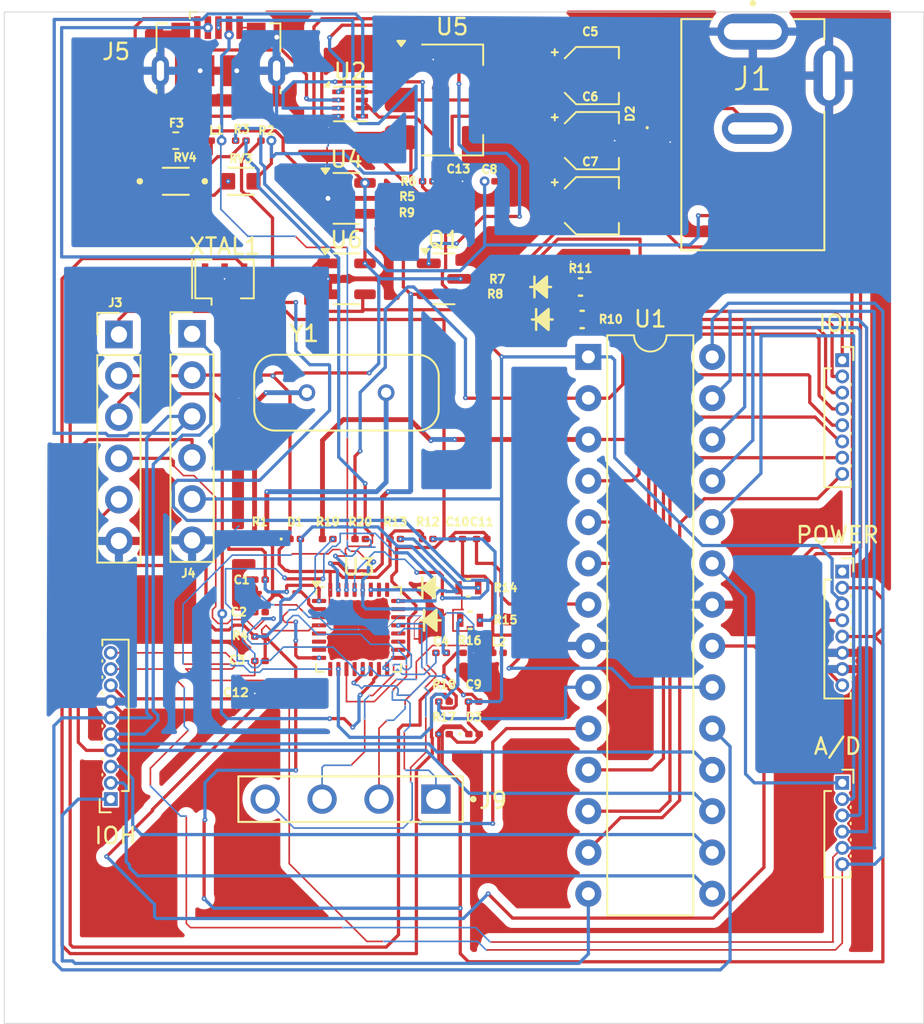
<source format=kicad_pcb>
(kicad_pcb (version 20240108) (generator "pcbnew") (generator_version "8.0")
  (layers (0 "F.Cu" signal) (31 "B.Cu" signal) (34 "B.Paste" user) (35 "F.Paste" user) (36 "B.SilkS" user "B.Silkscreen") (37 "F.SilkS" user "F.Silkscreen") (38 "B.Mask" user) (39 "F.Mask" user) (44 "Edge.Cuts" user))
  (net 0 "")
  (net 1 "GND")
  (net 2 "Net-(U3-XTAL1)")
  (net 3 "Net-(U3-PC0{slash}XTAL2)")
  (net 4 "+5V")
  (net 5 "Net-(U3-UCAP)")
  (net 6 "/UGND")
  (net 7 "/VIN")
  (net 8 "+3V3")
  (net 9 "/PGC")
  (net 10 "/RESET*")
  (net 11 "Net-(U1-AVCC)")
  (net 12 "Net-(C10-Pad1)")
  (net 13 "Net-(U1-VCC)")
  (net 14 "/AREF")
  (net 15 "Net-(D1-A)")
  (net 16 "/PWR_IN")
  (net 17 "Net-(J5-VBUS)")
  (net 18 "/UVCC")
  (net 20 "/SCLK2")
  (net 21 "/MOSI2")
  (net 22 "/MISO2")
  (net 23 "/MISO")
  (net 24 "/SCLK")
  (net 25 "/MOSI")
  (net 26 "Net-(J5-D+)")
  (net 27 "Net-(J5-D-)")
  (net 28 "/SCL")
  (net 29 "/SDA")
  (net 30 "/SS")
  (net 31 "/IO8")
  (net 32 "/IO9")
  (net 33 "/AD1")
  (net 34 "/AD2")
  (net 35 "/AD3")
  (net 36 "/AD0")
  (net 37 "/TXD")
  (net 38 "/IO2")
  (net 39 "/RXD")
  (net 40 "/IO7")
  (net 41 "/IO4")
  (net 42 "/IO5")
  (net 43 "/IO6")
  (net 44 "/IO3")
  (net 45 "/PB7")
  (net 46 "/PB5")
  (net 47 "/PB4")
  (net 48 "/PB6")
  (net 49 "Net-(L1-Pad2)")
  (net 50 "Net-(L2-Pad2)")
  (net 51 "Net-(Q1-G)")
  (net 52 "Net-(U3-D+)")
  (net 53 "Net-(U3-D-)")
  (net 54 "Net-(U2A-+)")
  (net 55 "Net-(R11-Pad2)")
  (net 56 "Net-(U2B--)")
  (net 57 "Net-(R10-Pad2)")
  (net 58 "Net-(R12-Pad2)")
  (net 59 "Net-(R13-Pad2)")
  (net 60 "Net-(U3-PD5)")
  (net 61 "Net-(U3-PD4)")
  (net 62 "/XTAL2")
  (net 63 "/XTAL1")
  (net 64 "Net-(U3-PD2)")
  (net 65 "Net-(U3-PD3)")
  (footprint "Resistor_SMD:R_0201_0603Metric" (layer "F.Cu") (at 74.5 92.5)
    (property "Reference" "R18")
    (property "Value" "R")
  )
  (footprint "ECS_160_20_4X_B_DN:XTAL_ECS-160-20-4X-B-DN" (layer "F.Cu") (at 68.5 73.5)
    (property "Reference" "Y1")
    (property "Value" "ECS-160-20-4X-B-DN")
  )
  (footprint "footprints:LED_SMLD12_ROM" (layer "F.Cu") (at 76 85.5)
    (property "Reference" "R14")
    (property "Value" "TXLED")
  )
  (footprint "Connector_PinHeader_2.54mm:PinHeader_1x06_P2.54mm_Vertical" (layer "F.Cu") (at 54.5 69.92)
    (property "Reference" "J3")
    (property "Value" "Conn_PIC_ICSP_ICD")
  )
  (footprint "Capacitor_SMD:CP_Elec_3x5.3" (layer "F.Cu") (at 83.5 58)
    (property "Reference" "C6")
    (property "Value" "47uf")
  )
  (footprint "CG0603MLC_05E:VARC1608X56N" (layer "F.Cu") (at 58 60.5)
    (property "Reference" "RV4")
    (property "Value" "CG0603MLC-05E")
  )
  (footprint "Resistor_SMD:R_0201_0603Metric" (layer "F.Cu") (at 73.5 60.5)
    (property "Reference" "R6")
    (property "Value" "10K")
  )
  (footprint "EJ508A:MPD_EJ508A" (layer "F.Cu") (at 93.5 54)
    (property "Reference" "J1")
    (property "Value" "EJ508A")
  )
  (footprint "Capacitor_SMD:C_0201_0603Metric" (layer "F.Cu") (at 63.18 92)
    (property "Reference" "C12")
    (property "Value" "100nf")
  )
  (footprint "Package_DFN_QFN:QFN-32-1EP_5x5mm_P0.5mm_EP3.1x3.1mm" (layer "F.Cu") (at 69.25 88.0625)
    (property "Reference" "U3")
    (property "Value" "ATmega16U2-M")
  )
  (footprint "Inductor_SMD:L_0201_0603Metric" (layer "F.Cu") (at 60.5 58 180)
    (property "Reference" "L1")
    (property "Value" "10uH")
  )
  (footprint "footprints:LED_SMLD12_ROM" (layer "F.Cu") (at 83 69)
    (property "Reference" "R10")
    (property "Value" "YELLOW")
  )
  (footprint "Connector_PinSocket_1.00mm:PinSocket_1x10_P1.00mm_Vertical" (layer "F.Cu") (at 54 98.5 180)
    (property "Reference" "IOH")
    (property "Value" "IOH")
  )
  (footprint "Package_CSP:LFCSP-8_2x2mm_P0.5mm" (layer "F.Cu") (at 68.725 55.75)
    (property "Reference" "U2")
    (property "Value" "LMV358")
  )
  (footprint "Resistor_SMD:R_0201_0603Metric" (layer "F.Cu") (at 63.18 88.5)
    (property "Reference" "R4")
    (property "Value" "10K")
  )
  (footprint "Connector_PinSocket_1.00mm:PinSocket_1x08_P1.00mm_Vertical" (layer "F.Cu") (at 99 84.5)
    (property "Reference" "POWER")
    (property "Value" "POWER")
  )
  (footprint "CG0603MLC_05E:VARC1608X56N" (layer "F.Cu") (at 62 60.5)
    (property "Reference" "RV3")
    (property "Value" "CG0603MLC-05E")
  )
  (footprint "Connector_PinSocket_1.00mm:PinSocket_1x08_P1.00mm_Vertical" (layer "F.Cu") (at 99 71.5)
    (property "Reference" "IOL")
    (property "Value" "IOL")
  )
  (footprint "Diode_SMD:D_0201_0603Metric" (layer "F.Cu") (at 65.345 82.5)
    (property "Reference" "D1")
    (property "Value" "D")
  )
  (footprint "Capacitor_SMD:CP_Elec_3x5.3" (layer "F.Cu") (at 83.5 62)
    (property "Reference" "C7")
    (property "Value" "100nf")
  )
  (footprint "Capacitor_SMD:CP_Elec_3x5.3" (layer "F.Cu") (at 83.5 54)
    (property "Reference" "C5")
    (property "Value" "47uf")
  )
  (footprint "Resistor_SMD:R_0201_0603Metric" (layer "F.Cu") (at 73.5 61.5)
    (property "Reference" "R5")
    (property "Value" "10K")
  )
  (footprint "Resistor_SMD:R_0201_0603Metric" (layer "F.Cu") (at 74.5 94.5)
    (property "Reference" "R17")
    (property "Value" "10K")
  )
  (footprint "Crystal:Resonator_SMD_Murata_CSTxExxV-3Pin_3.0x1.1mm" (layer "F.Cu") (at 61 66.5)
    (property "Reference" "XTAL1")
    (property "Value" "CSTCE16M0V53-R0")
  )
  (footprint "Resistor_SMD:R_0201_0603Metric" (layer "F.Cu") (at 67.345 82.5)
    (property "Reference" "R19")
    (property "Value" "1K")
  )
  (footprint "Capacitor_SMD:C_0201_0603Metric" (layer "F.Cu") (at 75.32 60.5)
    (property "Reference" "C13")
    (property "Value" "100nf")
  )
  (footprint "Capacitor_SMD:C_0201_0603Metric" (layer "F.Cu") (at 63.18 90)
    (property "Reference" "C3")
    (property "Value" "100nf")
  )
  (footprint "Fuse:Fuse_0603_1608Metric" (layer "F.Cu") (at 58 58)
    (property "Reference" "F3")
    (property "Value" "MF-MSMF050-2")
  )
  (footprint "footprints:LED_SMLD12_ROM" (layer "F.Cu") (at 82.89675 67)
    (property "Reference" "R11")
    (property "Value" "GREEN ON")
  )
  (footprint "Resistor_SMD:R_0201_0603Metric" (layer "F.Cu") (at 73.5 62.5)
    (property "Reference" "R9")
    (property "Value" "1K")
  )
  (footprint "Connector_PinHeader_2.54mm:PinHeader_1x06_P2.54mm_Vertical" (layer "F.Cu") (at 59 69.88)
    (property "Reference" "J4")
    (property "Value" "Conn_PIC_ICSP_ICD")
  )
  (footprint "footprints:LED_SMLD12_ROM" (layer "F.Cu") (at 76.10325 87.5)
    (property "Reference" "R15")
    (property "Value" "RXLED")
  )
  (footprint "1945119:PHOENIX_1945119" (layer "F.Cu") (at 75.65 97.1 180)
    (property "Reference" "J9")
    (property "Value" "1945119")
  )
  (footprint "Resistor_SMD:R_0201_0603Metric" (layer "F.Cu") (at 76 89.5)
    (property "Reference" "R16")
    (property "Value" "1K")
  )
  (footprint "Connector_USB:USB_Micro-B_GCT_USB3076-30-A" (layer "F.Cu") (at 60.625 52.5)
    (property "Reference" "J5")
    (property "Value" "USB_B_Micro")
  )
  (footprint "Capacitor_SMD:C_0201_0603Metric" (layer "F.Cu") (at 76.32 92.5)
    (property "Reference" "C9")
    (property "Value" "100nf")
  )
  (footprint "Resistor_SMD:R_0201_0603Metric" (layer "F.Cu") (at 62 58 180)
    (property "Reference" "R3")
    (property "Value" "22OHM")
  )
  (footprint "Capacitor_SMD:C_0201_0603Metric" (layer "F.Cu") (at 76.82 82.5)
    (property "Reference" "C11")
    (property "Value" "100nf")
  )
  (footprint "Capacitor_SMD:C_0201_0603Metric" (layer "F.Cu") (at 63.18 85)
    (property "Reference" "C1")
    (property "Value" "22pf")
  )
  (footprint "Inductor_SMD:L_0201_0603Metric" (layer "F.Cu") (at 77.82 89.5)
    (property "Reference" "L2")
    (property "Value" "10uH")
  )
  (footprint "Capacitor_SMD:C_0201_0603Metric" (layer "F.Cu") (at 75.32 82.5)
    (property "Reference" "C10")
    (property "Value" "100nf")
  )
  (footprint "Package_TO_SOT_SMD:SOT-23" (layer "F.Cu") (at 74.5 66.5)
    (property "Reference" "Q1")
    (property "Value" "FDN340P")
  )
  (footprint "Capacitor_SMD:C_0201_0603Metric" (layer "F.Cu") (at 77.32 60.5)
    (property "Reference" "C8")
    (property "Value" "1uf")
  )
  (footprint "Resistor_SMD:R_0201_0603Metric" (layer "F.Cu") (at 71.5 82.5)
    (property "Reference" "R13")
    (property "Value" "1K")
  )
  (footprint "Resistor_SMD:R_0201_0603Metric" (layer "F.Cu") (at 63.56 58 180)
    (property "Reference" "R2")
    (property "Value" "22OHM")
  )
  (footprint "Capacitor_SMD:C_0201_0603Metric" (layer "F.Cu") (at 63.18 87)
    (property "Reference" "C2")
    (property "Value" "22pf")
  )
  (footprint "Resistor_SMD:R_0201_0603Metric" (layer "F.Cu") (at 69.345 82.5)
    (property "Reference" "R20")
    (property "Value" "1K")
  )
  (footprint "Connector_PinSocket_1.00mm:PinSocket_1x06_P1.00mm_Vertical" (layer "F.Cu") (at 99 97.5)
    (property "Reference" "A/D")
    (property "Value" "AD")
  )
  (footprint "Resistor_SMD:R_0201_0603Metric" (layer "F.Cu") (at 63.165 82.5)
    (property "Reference" "R1")
    (property "Value" "1M")
  )
  (footprint "Diode_SMD:D_0201_0603Metric" (layer "F.Cu") (at 87 56.345 90)
    (property "Reference" "D2")
    (property "Value" "D")
  )
  (footprint "Resistor_SMD:R_0201_0603Metric" (layer "F.Cu") (at 79 66.5)
    (property "Reference" "R7")
    (property "Value" "1K")
  )
  (footprint "Resistor_SMD:R_0201_0603Metric" (layer "F.Cu") (at 73.5 82.5)
    (property "Reference" "R12")
    (property "Value" "1K")
  )
  (footprint "Package_DIP:DIP-28_W7.62mm" (layer "F.Cu") (at 83.38 71.3)
    (property "Reference" "U1")
    (property "Value" "ATmega328P-P")
  )
  (footprint "Package_TO_SOT_SMD:SOT-23-5" (layer "F.Cu") (at 68.5 66.5)
    (property "Reference" "U6")
    (property "Value" "TS5A3166DBVR")
  )
  (footprint "Resistor_SMD:R_0201_0603Metric" (layer "F.Cu") (at 79 67.5)
    (property "Reference" "R8")
    (property "Value" "1K")
  )
  (footprint "Package_TO_SOT_SMD:SOT-23-5" (layer "F.Cu") (at 68.5 61.55)
    (property "Reference" "U4")
    (property "Value" "LP2985-3.3")
  )
  (footprint "Capacitor_SMD:C_0201_0603Metric" (layer "F.Cu") (at 74.32 89.5)
    (property "Reference" "C4")
    (property "Value" "1uF")
  )
  (footprint "Package_TO_SOT_SMD:SOT-223-3_TabPin2" (layer "F.Cu") (at 75 55.5)
    (property "Reference" "U5")
    (property "Value" "SPX2920M3-5.0_SOT223")
  )
  (footprint "Diode_SMD:D_0201_0603Metric" (layer "F.Cu") (at 76.345 94.5)
    (property "Reference" "D3")
    (property "Value" "D")
  )
  (gr_rect (start 47.4472 50.0888) (end 104.013 112.2934) (stroke (width 0.05)) (fill none) (layer "Edge.Cuts"))
  (segment (start 67.8688 57.1754) (end 67.4116 57.1754) (width 0.1) (layer "F.Cu") (net 1))
  (segment (start 62.86 90.8796) (end 62.8396 90.9) (width 0.1) (layer "F.Cu") (net 1))
  (segment (start 71.85 53.2) (end 73.6476 53.2) (width 0.2) (layer "F.Cu") (net 1))
  (segment (start 61.5658 93.2942) (end 54.7942 93.2942) (width 0.2) (layer "F.Cu") (net 1))
  (segment (start 67.2214 53.2) (end 66.9798 53.4416) (width 0.2) (layer "F.Cu") (net 1))
  (segment (start 61.8744 81.7062) (end 61.8744 73.8378) (width 0.1) (layer "F.Cu") (net 1))
  (segment (start 73.0504 88.646) (end 72.675 88.646) (width 0.1) (layer "F.Cu") (net 1))
  (segment (start 64.0334 86.5378) (end 64.046 86.5504) (width 0.1) (layer "F.Cu") (net 1))
  (segment (start 63.246 86.0044) (end 62.86 86.3904) (width 0.1) (layer "F.Cu") (net 1))
  (segment (start 66.9798 56.3626) (end 67.1172 56.5) (width 0.2) (layer "F.Cu") (net 1))
  (segment (start 72.675 88.646) (end 72.675 87.6244) (width 0.05) (layer "F.Cu") (net 1))
  (segment (start 74.6506 87.0458) (end 73.0504 88.646) (width 0.1) (layer "F.Cu") (net 1))
  (segment (start 68 56.5) (end 68 57.0442) (width 0.1) (layer "F.Cu") (net 1))
  (segment (start 62.8396 90.9) (end 61.6966 90.9) (width 0.1) (layer "F.Cu") (net 1))
  (segment (start 62.525 51.05) (end 61.925 51.05) (width 0.1) (layer "F.Cu") (net 1))
  (segment (start 62.86 90) (end 62.86 90.8796) (width 0.1) (layer "F.Cu") (net 1))
  (segment (start 54.7942 93.2942) (end 54 92.5) (width 0.2) (layer "F.Cu") (net 1))
  (segment (start 71.85 53.2) (end 67.2214 53.2) (width 0.2) (layer "F.Cu") (net 1))
  (segment (start 64.046 86.5504) (end 65.4176 86.5504) (width 0.1) (layer "F.Cu") (net 1))
  (segment (start 62.86 86.3904) (end 62.86 87) (width 0.1) (layer "F.Cu") (net 1))
  (segment (start 73.6476 53.2) (end 73.8378 53.0098) (width 0.2) (layer "F.Cu") (net 1))
  (segment (start 72.675 87.6244) (end 73.0758 87.2236) (width 0.05) (layer "F.Cu") (net 1))
  (segment (start 67.1172 56.5) (end 68 56.5) (width 0.2) (layer "F.Cu") (net 1))
  (segment (start 68 57.0442) (end 67.8688 57.1754) (width 0.1) (layer "F.Cu") (net 1))
  (segment (start 66.9798 53.4416) (end 66.9798 56.3626) (width 0.2) (layer "F.Cu") (net 1))
  (segment (start 67.31 58.3692) (end 67.31 59.4614) (width 0.1) (layer "F.Cu") (net 1))
  (segment (start 67.31 59.4614) (end 67.2084 59.563) (width 0.1) (layer "F.Cu") (net 1))
  (segment (start 62.945 51.47) (end 62.525 51.05) (width 0.1) (layer "F.Cu") (net 1))
  (segment (start 65.4176 86.5504) (end 65.8368 86.9696) (width 0.1) (layer "F.Cu") (net 1))
  (segment (start 62.86 92) (end 61.5658 93.2942) (width 0.2) (layer "F.Cu") (net 1))
  (via (at 69.25 88.0625) (size 0.1) (drill 0.0508) (layers "F.Cu" "B.Cu") (net 1))
  (via (at 65.8368 86.9696) (size 0.1) (drill 0.0508) (layers "F.Cu" "B.Cu") (net 1))
  (via (at 67.4116 57.1754) (size 0.1) (drill 0.0508) (layers "F.Cu" "B.Cu") (net 1))
  (via (at 64.2112 51.6382) (size 0.6) (drill 0.3) (layers "F.Cu" "B.Cu") (net 1))
  (via (at 82.296 65.4304) (size 0.3) (drill 0.1) (layers "F.Cu" "B.Cu") (net 1))
  (via (at 73.0758 87.2236) (size 0.1) (drill 0.0508) (layers "F.Cu" "B.Cu") (net 1))
  (via (at 59 82.58) (size 0.1) (drill 0.0508) (layers "F.Cu" "B.Cu") (net 1))
  (via (at 67.3625 61.55) (size 0.6) (drill 0.3) (layers "F.Cu" "B.Cu") (net 1))
  (via (at 76.32 89.5) (size 0.1) (drill 0.0509) (layers "F.Cu" "B.Cu") (net 1))
  (via (at 59.5 53.7) (size 0.6) (drill 0.3) (layers "F.Cu" "B.Cu") (net 1))
  (via (at 64.0334 86.5378) (size 0.1) (drill 0.0508) (layers "F.Cu" "B.Cu") (net 1))
  (via (at 88.4174 58.0898) (size 0.3) (drill 0.1) (layers "F.Cu" "B.Cu") (net 1))
  (via (at 61.8744 81.7062) (size 0.1) (drill 0.0508) (layers "F.Cu" "B.Cu") (net 1))
  (via (at 63.246 86.0044) (size 0.1) (drill 0.0508) (layers "F.Cu" "B.Cu") (net 1))
  (via (at 73.8378 53.0098) (size 0.3) (drill 0.1) (layers "F.Cu" "B.Cu") (net 1))
  (via (at 66.8125 87.3125) (size 0.1) (drill 0.0508) (layers "F.Cu" "B.Cu") (net 1))
  (via (at 62.86 92) (size 0.3) (drill 0.1) (layers "F.Cu" "B.Cu") (net 1))
  (via (at 75.64 60.5) (size 0.3) (drill 0.1) (layers "F.Cu" "B.Cu") (net 1))
  (via (at 67.2084 59.563) (size 0.1) (drill 0.0508) (layers "F.Cu" "B.Cu") (net 1))
  (via (at 85 58) (size 0.3) (drill 0.1) (layers "F.Cu" "B.Cu") (net 1))
  (via (at 61.8744 73.8378) (size 0.1) (drill 0.0508) (layers "F.Cu" "B.Cu") (net 1))
  (via (at 68 56.5) (size 0.3) (drill 0.1) (layers "F.Cu" "B.Cu") (net 1))
  (via (at 74.6506 87.0458) (size 0.1) (drill 0.0509) (layers "F.Cu" "B.Cu") (net 1))
  (via (at 61 66.5) (size 0.3) (drill 0.1) (layers "F.Cu" "B.Cu") (net 1))
  (via (at 62.86 87) (size 0.1) (drill 0.0508) (layers "F.Cu" "B.Cu") (net 1))
  (via (at 73.82 60.5) (size 0.3) (drill 0.1) (layers "F.Cu" "B.Cu") (net 1))
  (via (at 61.75 53.7) (size 0.6) (drill 0.3) (layers "F.Cu" "B.Cu") (net 1))
  (via (at 61.6966 90.9) (size 0.1) (drill 0.0508) (layers "F.Cu" "B.Cu") (net 1))
  (via (at 67.31 58.3692) (size 0.1) (drill 0.0508) (layers "F.Cu" "B.Cu") (net 1))
  (via (at 62.86 90) (size 0.3) (drill 0.1) (layers "F.Cu" "B.Cu") (net 1))
  (via (at 67.3625 66.5) (size 0.3) (drill 0.1) (layers "F.Cu" "B.Cu") (net 1))
  (segment (start 62.11 87.75) (end 62.86 87) (width 0.1) (layer "B.Cu") (net 1))
  (segment (start 74.1426 59.1312) (end 74.0188 59.1312) (width 0.2) (layer "B.Cu") (net 1))
  (segment (start 64.2 56.4276) (end 64.2 53.7) (width 0.2) (layer "B.Cu") (net 1))
  (segment (start 61.0006 82.58) (end 59 82.58) (width 0.1) (layer "B.Cu") (net 1))
  (segment (start 62.11 88.810661) (end 62.11 87.75) (width 0.1) (layer "B.Cu") (net 1))
  (segment (start 61 66.5) (end 67.3625 66.5) (width 0.2) (layer "B.Cu") (net 1))
  (segment (start 68 56.5) (end 64.2724 56.5) (width 0.2) (layer "B.Cu") (net 1))
  (segment (start 61.6966 90.9) (end 61.76 90.9) (width 0.1) (layer "B.Cu") (net 1))
  (segment (start 67.5625 88.0625) (end 66.8125 87.3125) (width 0.1) (layer "B.Cu") (net 1))
  (segment (start 73.82 59.33) (end 73.82 60.5) (width 0.2) (layer "B.Cu") (net 1))
  (segment (start 75.64 60.5) (end 74.9018 60.5) (width 0.2) (layer "B.Cu") (net 1))
  (segment (start 67.4116 57.1754) (end 67.3806 57.2064) (width 0.1) (layer "B.Cu") (net 1))
  (segment (start 63.2714 86.0044) (end 63.8048 86.5378) (width 0.1) (layer "B.Cu") (net 1))
  (segment (start 62.86 90) (end 62.86 89.560662) (width 0.1) (layer "B.Cu") (net 1))
  (segment (start 62.86 89.560662) (end 62.506769 89.207431) (width 0.1) (layer "B.Cu") (net 1))
  (segment (start 61.8744 81.7062) (end 61.0006 82.58) (width 0.1) (layer "B.Cu") (net 1))
  (segment (start 63.246 86.0044) (end 63.2714 86.0044) (width 0.1) (layer "B.Cu") (net 1))
  (segment (start 61 66.5) (end 61 72.9634) (width 0.1) (layer "B.Cu") (net 1))
  (segment (start 67.3806 58.2986) (end 67.31 58.3692) (width 0.1) (layer "B.Cu") (net 1))
  (segment (start 71.746069 87.2236) (end 70.907168 88.0625) (width 0.05) (layer "B.Cu") (net 1))
  (segment (start 88.3276 58) (end 85 58) (width 0.2) (layer "B.Cu") (net 1))
  (segment (start 61.76 90.9) (end 62.86 92) (width 0.1) (layer "B.Cu") (net 1))
  (segment (start 70.907168 88.0625) (end 69.215 88.0625) (width 0.05) (layer "B.Cu") (net 1))
  (segment (start 62.506769 89.207431) (end 62.11 88.810661) (width 0.1) (layer "B.Cu") (net 1))
  (segment (start 64.2724 56.5) (end 64.2 56.4276) (width 0.2) (layer "B.Cu") (net 1))
  (segment (start 65.5886 61.55) (end 65.0748 61.0362) (width 0.1) (layer "B.Cu") (net 1))
  (segment (start 74.5236 59.1312) (end 74.1426 59.1312) (width 0.2) (layer "B.Cu") (net 1))
  (segment (start 61 72.9634) (end 61.8744 73.8378) (width 0.1) (layer "B.Cu") (net 1))
  (segment (start 69.25 88.0625) (end 69.215 88.0625) (width 0.1) (layer "B.Cu") (net 1))
  (segment (start 67.3806 57.2064) (end 67.3806 58.2986) (width 0.1) (layer "B.Cu") (net 1))
  (segment (start 62.549339 89.25) (end 62.506769 89.207431) (width 0.1) (layer "B.Cu") (net 1))
  (segment (start 74.803 60.4012) (end 74.803 59.4106) (width 0.2) (layer "B.Cu") (net 1))
  (segment (start 74.803 59.4106) (end 74.5236 59.1312) (width 0.2) (layer "B.Cu") (net 1))
  (segment (start 88.4174 58.0898) (end 88.3276 58) (width 0.2) (layer "B.Cu") (net 1))
  (segment (start 69.215 88.0625) (end 67.5625 88.0625) (width 0.1) (layer "B.Cu") (net 1))
  (segment (start 63.8048 86.5378) (end 64.0334 86.5378) (width 0.1) (layer "B.Cu") (net 1))
  (segment (start 74.1426 53.3146) (end 73.8378 53.0098) (width 0.2) (layer "B.Cu") (net 1))
  (segment (start 76.32 87.754314) (end 76.32 89.5) (width 0.1) (layer "B.Cu") (net 1))
  (segment (start 67.3625 61.55) (end 65.5886 61.55) (width 0.1) (layer "B.Cu") (net 1))
  (segment (start 74.9018 60.5) (end 74.803 60.4012) (width 0.2) (layer "B.Cu") (net 1))
  (segment (start 75.611486 87.0458) (end 76.32 87.754314) (width 0.1) (layer "B.Cu") (net 1))
  (segment (start 74.0188 59.1312) (end 73.82 59.33) (width 0.2) (layer "B.Cu") (net 1))
  (segment (start 66.548 59.563) (end 67.2084 59.563) (width 0.1) (layer "B.Cu") (net 1))
  (segment (start 66.8125 87.3125) (end 66.1797 87.3125) (width 0.1) (layer "B.Cu") (net 1))
  (segment (start 66.1797 87.3125) (end 65.8368 86.9696) (width 0.1) (layer "B.Cu") (net 1))
  (segment (start 73.0758 87.2236) (end 71.746069 87.2236) (width 0.05) (layer "B.Cu") (net 1))
  (segment (start 65.0748 61.0362) (end 66.548 59.563) (width 0.1) (layer "B.Cu") (net 1))
  (segment (start 74.1426 59.1312) (end 74.1426 53.3146) (width 0.2) (layer "B.Cu") (net 1))
  (segment (start 74.6506 87.0458) (end 75.611486 87.0458) (width 0.1) (layer "B.Cu") (net 1))
  (segment (start 66.565603 85.35) (end 64.8656 85.35) (width 0.2) (layer "F.Cu") (net 2))
  (segment (start 66.8125 86.3125) (end 66.8125 85.6847) (width 0.2) (layer "F.Cu") (net 2))
  (segment (start 66.8125 85.6847) (end 66.8274 85.6698) (width 0.2) (layer "F.Cu") (net 2))
  (segment (start 62.845 82.5) (end 61.3148 82.5) (width 0.2) (layer "F.Cu") (net 2))
  (segment (start 66.6548 85.4) (end 66.615603 85.4) (width 0.2) (layer "F.Cu") (net 2))
  (segment (start 66.615603 85.4) (end 66.565603 85.35) (width 0.2) (layer "F.Cu") (net 2))
  (segment (start 63.2968 83.1342) (end 63.5 83.3374) (width 0.2) (layer "F.Cu") (net 2))
  (segment (start 64.8208 85.3948) (end 64.8208 85.7504) (width 0.2) (layer "F.Cu") (net 2))
  (segment (start 66.8274 85.6698) (end 66.8274 85.5726) (width 0.2) (layer "F.Cu") (net 2))
  (segment (start 61.2584 83.1342) (end 63.2968 83.1342) (width 0.2) (layer "F.Cu") (net 2))
  (segment (start 63.5 83.3374) (end 63.5 84.9884) (width 0.2) (layer "F.Cu") (net 2))
  (segment (start 62.845 82.5) (end 62.845 74.205) (width 0.3) (layer "F.Cu") (net 2))
  (segment (start 66.8274 85.5726) (end 66.6548 85.4) (width 0.2) (layer "F.Cu") (net 2))
  (segment (start 62.845 74.205) (end 63.55 73.5) (width 0.3) (layer "F.Cu") (net 2))
  (segment (start 64.8656 85.35) (end 64.8208 85.3948) (width 0.2) (layer "F.Cu") (net 2))
  (segment (start 61.3148 82.5) (end 61.2584 82.5564) (width 0.2) (layer "F.Cu") (net 2))
  (segment (start 61.2584 82.5564) (end 61.2584 83.1342) (width 0.2) (layer "F.Cu") (net 2))
  (segment (start 63.5 84.9884) (end 63.5 85) (width 0.2) (layer "F.Cu") (net 2))
  (via (at 64.8208 85.7504) (size 0.3) (drill 0.1) (layers "F.Cu" "B.Cu") (net 2))
  (via (at 63.55 73.5) (size 0.3) (drill 0.1) (layers "F.Cu" "B.Cu") (net 2))
  (via (at 63.5 84.9884) (size 0.3) (drill 0.1) (layers "F.Cu" "B.Cu") (net 2))
  (via (at 66.8125 86.3125) (size 0.3) (drill 0.1) (layers "F.Cu" "B.Cu") (net 2))
  (segment (start 64.8208 85.7504) (end 63.6778 85.7504) (width 0.2) (layer "B.Cu") (net 2))
  (segment (start 63.55 73.5) (end 66.06 73.5) (width 0.3) (layer "B.Cu") (net 2))
  (segment (start 63.5 85.5726) (end 63.5 84.9884) (width 0.2) (layer "B.Cu") (net 2))
  (segment (start 63.6778 85.7504) (end 63.5 85.5726) (width 0.2) (layer "B.Cu") (net 2))
  (segment (start 65.007197 86.2004) (end 65.2708 85.936797) (width 0.2) (layer "F.Cu") (net 3))
  (segment (start 63.5 86.5124) (end 64.0588 85.9536) (width 0.2) (layer "F.Cu") (net 3))
  (segment (start 65.2708 85.936797) (end 65.2708 85.75) (width 0.2) (layer "F.Cu") (net 3))
  (segment (start 63.485 82.5) (end 63.5 82.5) (width 0.2) (layer "F.Cu") (net 3))
  (segment (start 66.175 86.485464) (end 66.502036 86.8125) (width 0.2) (layer "F.Cu") (net 3))
  (segment (start 63.5 86.5124) (end 63.5 87) (width 0.2) (layer "F.Cu") (net 3))
  (segment (start 63.6 82.385) (end 63.485 82.5) (width 0.3) (layer "F.Cu") (net 3))
  (segment (start 64.0588 85.9536) (end 64.387603 85.9536) (width 0.2) (layer "F.Cu") (net 3))
  (segment (start 66.502036 86.8125) (end 66.8125 86.8125) (width 0.2) (layer "F.Cu") (net 3))
  (segment (start 64.634403 86.2004) (end 65.007197 86.2004) (width 0.2) (layer "F.Cu") (net 3))
  (segment (start 65.2708 85.75) (end 65.7094 85.75) (width 0.2) (layer "F.Cu") (net 3))
  (segment (start 65.7094 85.75) (end 66.175 86.2156) (width 0.2) (layer "F.Cu") (net 3))
  (segment (start 63.6 79.59) (end 63.6 82.385) (width 0.3) (layer "F.Cu") (net 3))
  (segment (start 66.175 86.2156) (end 66.175 86.485464) (width 0.2) (layer "F.Cu") (net 3))
  (segment (start 64.387603 85.9536) (end 64.634403 86.2004) (width 0.2) (layer "F.Cu") (net 3))
  (segment (start 63.5 82.5) (end 63.95 82.95) (width 0.2) (layer "F.Cu") (net 3))
  (segment (start 63.95 86.0624) (end 63.5 86.5124) (width 0.2) (layer "F.Cu") (net 3))
  (segment (start 63.95 82.95) (end 63.95 86.0624) (width 0.2) (layer "F.Cu") (net 3))
  (via (at 63.6 79.59) (size 0.3) (drill 0.1) (layers "F.Cu" "B.Cu") (net 3))
  (segment (start 70.94 73.5) (end 70.94 79) (width 0.3) (layer "B.Cu") (net 3))
  (segment (start 70.35 79.59) (end 63.6 79.59) (width 0.3) (layer "B.Cu") (net 3))
  (segment (start 70.94 79) (end 70.35 79.59) (width 0.3) (layer "B.Cu") (net 3))
  (segment (start 67.3625 62.5) (end 67.3625 63.3625) (width 0.2) (layer "F.Cu") (net 4))
  (segment (start 63.873136 88.139536) (end 66.175 88.139536) (width 0.1) (layer "F.Cu") (net 4))
  (segment (start 63.5 90) (end 63.5 88.5) (width 0.2) (layer "F.Cu") (net 4))
  (segment (start 65.3796 90.3796) (end 65.043 90.043) (width 0.2) (layer "F.Cu") (net 4))
  (segment (start 64.7446 84.4296) (end 64.7446 84.4368) (width 0.2) (layer "F.Cu") (net 4))
  (segment (start 71.18 84.105686) (end 70.424286 84.8614) (width 0.2) (layer "F.Cu") (net 4))
  (segment (start 101.5 86.2) (end 101.5 88) (width 0.2) (layer "F.Cu") (net 4))
  (segment (start 63.29 88.0686) (end 63.5461 87.8125) (width 0.1) (layer "F.Cu") (net 4))
  (segment (start 71.18 82.300001) (end 71.18 82.5) (width 0.2) (layer "F.Cu") (net 4))
  (segment (start 67.45 87.5916) (end 67.2291 87.8125) (width 0.1) (layer "F.Cu") (net 4))
  (segment (start 75.5 105.2068) (end 75.5 105.791) (width 0.2) (layer "F.Cu") (net 4))
  (segment (start 69.6375 63.6375) (end 69.6375 65.55) (width 0.2) (layer "F.Cu") (net 4))
  (segment (start 71.480001 82) (end 71.18 82.300001) (width 0.2) (layer "F.Cu") (net 4))
  (segment (start 69.9008 72.2884) (end 64.1604 72.2884) (width 0.2) (layer "F.Cu") (net 4))
  (segment (start 69.5 63.5) (end 69.6375 63.6375) (width 0.2) (layer "F.Cu") (net 4))
  (segment (start 67.45 85.675) (end 67.45 87.5916) (width 0.1) (layer "F.Cu") (net 4))
  (segment (start 75.5 105.791) (end 75.5 97.5) (width 0.2) (layer "F.Cu") (net 4))
  (segment (start 82 58) (end 82 62) (width 0.2) (layer "F.Cu") (net 4))
  (segment (start 64.3636 84.0486) (end 64.7446 84.4296) (width 0.2) (layer "F.Cu") (net 4))
  (segment (start 78.68 67.5) (end 78.68 66.5) (width 0.2) (layer "F.Cu") (net 4))
  (segment (start 73.18 82.18) (end 73 82) (width 0.2) (layer "F.Cu") (net 4))
  (segment (start 65.025 82.5) (end 64.3636 83.1614) (width 0.2) (layer "F.Cu") (net 4))
  (segment (start 78.15 55.5) (end 77.15 56.5) (width 0.2) (layer "F.Cu") (net 4))
  (segment (start 67.2291 87.8125) (end 66.8125 87.8125) (width 0.1) (layer "F.Cu") (net 4))
  (segment (start 101.5 108.5) (end 76 108.5) (width 0.2) (layer "F.Cu") (net 4))
  (segment (start 75.5 97.6) (end 75.5 105.2068) (width 0.2) (layer "F.Cu") (net 4))
  (segment (start 101 88.5) (end 101.5 89) (width 0.2) (layer "F.Cu") (net 4))
  (segment (start 64.1604 72.2884) (end 63.9744 72.4744) (width 0.2) (layer "F.Cu") (net 4))
  (segment (start 74.18 96.28) (end 75.5 97.6) (width 0.2) (layer "F.Cu") (net 4))
  (segment (start 63.9744 72.4744) (end 65.025 73.525) (width 0.2) (layer "F.Cu") (net 4))
  (segment (start 64.3636 83.1614) (end 64.3636 84.0486) (width 0.2) (layer "F.Cu") (net 4))
  (segment (start 81.5 55.5) (end 82 56) (width 0.2) (layer "F.Cu") (net 4))
  (segment (start 71.18 82.5) (end 71.18 84.105686) (width 0.2) (layer "F.Cu") (net 4))
  (segment (start 101.5 88) (end 101 88.5) (width 0.2) (layer "F.Cu") (net 4))
  (segment (start 64.943397 84.5) (end 67.5 84.5) (width 0.2) (layer "F.Cu") (net 4))
  (segment (start 59.7408 104.6226) (end 59.7408 99.822) (width 0.2) (layer "F.Cu") (net 4))
  (segment (start 100.8 85.5) (end 101.5 86.2) (width 0.2) (layer "F.Cu") (net 4))
  (segment (start 75.5 97.5) (end 74.39 96.39) (width 0.2) (layer "F.Cu") (net 4))
  (segment (start 67.5 85.625) (end 67.45 85.675) (width 0.1) (layer "F.Cu") (net 4))
  (segment (start 71.85 55.5) (end 78.15 55.5) (width 0.2) (layer "F.Cu") (net 4))
  (segment (start 78.68 66.32) (end 82 63) (width 0.2) (layer "F.Cu") (net 4))
  (segment (start 66.175 88.139536) (end 66.502036 87.8125) (width 0.1) (layer "F.Cu") (net 4))
  (segment (start 78.15 55.5) (end 81.5 55.5) (width 0.2) (layer "F.Cu") (net 4))
  (segment (start 66.4 62.0375) (end 66.8625 62.5) (width 0.2) (layer "F.Cu") (net 4))
  (segment (start 75.625 94.1) (end 76.025 94.5) (width 0.2) (layer "F.Cu") (net 4))
  (segment (start 78.68 66.5) (end 78.68 66.32) (width 0.2) (layer "F.Cu") (net 4))
  (segment (start 75.4375 66.5) (end 75.5142 66.5) (width 0.2) (layer "F.Cu") (net 4))
  (segment (start 66.802 87.8125) (end 66.8125 87.8125) (width 0.2) (layer "F.Cu") (net 4))
  (segment (start 74.39 96.39) (end 74.39 94.272964) (width 0.2) (layer "F.Cu") (net 4))
  (segment (start 74.18 94.300001) (end 74.480001 94) (width 0.2) (layer "F.Cu") (net 4))
  (segment (start 74.480001 94) (end 75.525 94) (width 0.2) (layer "F.Cu") (net 4))
  (segment (start 66.8625 62.5) (end 67.3625 62.5) (width 0.2) (layer "F.Cu") (net 4))
  (segment (start 68.275003 84.8614) (end 67.913603 84.5) (width 0.2) (layer "F.Cu") (net 4))
  (segment (start 54.5 72.46) (end 58.96 72.46) (width 0.2) (layer "F.Cu") (net 4))
  (segment (start 70.424286 84.8614) (end 68.275003 84.8614) (width 0.2) (layer "F.Cu") (net 4))
  (segment (start 99 85.5) (end 100.8 85.5) (width 0.2) (layer "F.Cu") (net 4))
  (segment (start 67.3625 63.3625) (end 67.5 63.5) (width 0.2) (layer "F.Cu") (net 4))
  (segment (start 64.880197 84.4368) (end 64.943397 84.5) (width 0.2) (layer "F.Cu") (net 4))
  (segment (start 67.913603 84.5) (end 66.0654 84.5) (width 0.2) (layer "F.Cu") (net 4))
  (segment (start 65.3796 96.7232) (end 65.3796 90.3796) (width 0.2) (layer "F.Cu") (net 4))
  (segment (start 58.96 72.46) (end 59 72.42) (width 0.2) (layer "F.Cu") (net 4))
  (segment (start 66.502036 87.8125) (end 66.802 87.8125) (width 0.2) (layer "F.Cu") (net 4))
  (segment (start 67.5 63.5) (end 69.5 63.5) (width 0.2) (layer "F.Cu") (net 4))
  (segment (start 74.39 94.272964) (end 74.562964 94.1) (width 0.2) (layer "F.Cu") (net 4))
  (segment (start 66.4 61.2) (end 66.4 62.0375) (width 0.2) (layer "F.Cu") (net 4))
  (segment (start 74.18 94.5) (end 74.18 96.28) (width 0.2) (layer "F.Cu") (net 4))
  (segment (start 59.7408 99.822) (end 59.7916 99.7712) (width 0.2) (layer "F.Cu") (net 4))
  (segment (start 75.525 94) (end 76.025 94.5) (width 0.2) (layer "F.Cu") (net 4))
  (segment (start 74.18 94.5) (end 74.18 94.300001) (width 0.2) (layer "F.Cu") (net 4))
  (segment (start 82 63) (end 82 62) (width 0.2) (layer "F.Cu") (net 4))
  (segment (start 67.3625 60.6) (end 67 60.6) (width 0.2) (layer "F.Cu") (net 4))
  (segment (start 71.35 55) (end 71.85 55.5) (width 0.2) (layer "F.Cu") (net 4))
  (segment (start 77.15 56.5) (end 75 56.5) (width 0.2) (layer "F.Cu") (net 4))
  (segment (start 101 88.5) (end 99 88.5) (width 0.2) (layer "F.Cu") (net 4))
  (segment (start 65.025 73.525) (end 65.025 82.5) (width 0.2) (layer "F.Cu") (net 4))
  (segment (start 73.18 82.5) (end 73.18 82.18) (width 0.2) (layer "F.Cu") (net 4))
  (segment (start 67 60.6) (end 66.4 61.2) (width 0.2) (layer "F.Cu") (net 4))
  (segment (start 59 72.42) (end 63.92 72.42) (width 0.2) (layer "F.Cu") (net 4))
  (segment (start 67.5 84.5) (end 67.5 85.625) (width 0.2) (layer "F.Cu") (net 4))
  (segment (start 73 82) (end 71.480001 82) (width 0.2) (layer "F.Cu") (net 4))
  (segment (start 74.562964 94.1) (end 75.625 94.1) (width 0.2) (layer "F.Cu") (net 4))
  (segment (start 101.5 89) (end 101.5 108.5) (width 0.2) (layer "F.Cu") (net 4))
  (segment (start 75.5142 66.5) (end 78.68 66.5) (width 0.2) (layer "F.Cu") (net 4))
  (segment (start 63.29 88.29) (end 63.29 88.0686) (width 0.1) (layer "F.Cu") (net 4))
  (segment (start 82 56) (end 82 58) (width 0.2) (layer "F.Cu") (net 4))
  (segment (start 69.45 55) (end 71.35 55) (width 0.2) (layer "F.Cu") (net 4))
  (segment (start 64.7446 84.4368) (end 64.880197 84.4368) (width 0.2) (layer "F.Cu") (net 4))
  (segment (start 63.92 72.42) (end 63.9744 72.4744) (width 0.2) (layer "F.Cu") (net 4))
  (segment (start 63.5 88.5) (end 65.043 90.043) (width 0.2) (layer "F.Cu") (net 4))
  (segment (start 75.5 108) (end 75.5 105.791) (width 0.2) (layer "F.Cu") (net 4))
  (segment (start 76 108.5) (end 75.5 108) (width 0.2) (layer "F.Cu") (net 4))
  (segment (start 63.5461 87.8125) (end 63.873136 88.139536) (width 0.1) (layer "F.Cu") (net 4))
  (segment (start 75 56.5) (end 75 60.5) (width 0.2) (layer "F.Cu") (net 4))
  (via (at 67.5 85.625) (size 0.1) (drill 0.0508) (layers "F.Cu" "B.Cu") (net 4))
  (via (at 63.9744 72.4744) (size 0.3) (drill 0.1) (layers "F.Cu" "B.Cu") (net 4))
  (via (at 74.18 94.5) (size 0.3) (drill 0.1) (layers "F.Cu" "B.Cu") (net 4))
  (via (at 69.9008 72.2884) (size 0.3) (drill 0.1) (layers "F.Cu" "B.Cu") (net 4))
  (via (at 59.7408 104.6226) (size 0.3) (drill 0.1) (layers "F.Cu" "B.Cu") (net 4))
  (via (at 75.5 105.2068) (size 0.3) (drill 0.1) (layers "F.Cu" "B.Cu") (net 4))
  (via (at 65.3796 96.7232) (size 0.3) (drill 0.1) (layers "F.Cu" "B.Cu") (net 4))
  (via (at 69.6375 65.55) (size 0.3) (drill 0.1) (layers "F.Cu" "B.Cu") (net 4))
  (via (at 75.5142 66.5) (size 0.3) (drill 0.1) (layers "F.Cu" "B.Cu") (net 4))
  (via (at 59.7916 99.7712) (size 0.3) (drill 0.1) (layers "F.Cu" "B.Cu") (net 4))
  (via (at 66.802 87.8125) (size 0.1) (drill 0.0508) (layers "F.Cu" "B.Cu") (net 4))
  (segment (start 75.5 105.2068) (end 60.325 105.2068) (width 0.2) (layer "B.Cu") (net 4))
  (segment (start 70.4875 66.4) (end 70.4875 71.7017) (width 0.2) (layer "B.Cu") (net 4))
  (segment (start 70.4875 66.4) (end 70.5847 66.4972) (width 0.2) (layer "B.Cu") (net 4))
  (segment (start 60.5536 96.7232) (end 65.3796 96.7232) (width 0.2) (layer "B.Cu") (net 4))
  (segment (start 60.325 105.2068) (end 59.7408 104.6226) (width 0.2) (layer "B.Cu") (net 4))
  (segment (start 75.5114 66.4972) (end 75.5142 66.5) (width 0.2) (layer "B.Cu") (net 4))
  (segment (start 70.5847 66.4972) (end 75.5114 66.4972) (width 0.2) (layer "B.Cu") (net 4))
  (segment (start 59.7916 99.7712) (end 59.7916 97.4852) (width 0.2) (layer "B.Cu") (net 4))
  (segment (start 70.4875 71.7017) (end 69.9008 72.2884) (width 0.2) (layer "B.Cu") (net 4))
  (segment (start 69.6375 65.55) (end 70.4875 66.4) (width 0.2) (layer "B.Cu") (net 4))
  (segment (start 59.7916 97.4852) (end 60.5536 96.7232) (width 0.2) (layer "B.Cu") (net 4))
  (segment (start 67.05 84.95) (end 64.757 84.95) (width 0.2) (layer "F.Cu") (net 5))
  (segment (start 64.757 84.95) (end 64.6938 84.8868) (width 0.2) (layer "F.Cu") (net 5))
  (via (at 67.05 84.95) (size 0.3) (drill 0.1) (layers "F.Cu" "B.Cu") (net 5))
  (via (at 70 85.625) (size 0.3) (drill 0.1) (layers "F.Cu" "B.Cu") (net 5))
  (via (at 64.6938 84.8868) (size 0.3) (drill 0.1) (layers "F.Cu" "B.Cu") (net 5))
  (via (at 74 89.5) (size 0.3) (drill 0.1) (layers "F.Cu" "B.Cu") (net 5))
  (segment (start 64.135 84.328) (end 61.0616 84.328) (width 0.1) (layer "B.Cu") (net 5))
  (segment (start 68.834314 90.4) (end 69.334314 90.9) (width 0.1) (layer "B.Cu") (net 5))
  (segment (start 71.938272 90.8256) (end 73.276264 90.8256) (width 0.1) (layer "B.Cu") (net 5))
  (segment (start 73.4806 85.625) (end 73.7743 85.3313) (width 0.2) (layer "B.Cu") (net 5))
  (segment (start 69.665686 90.9) (end 69.9 90.665686) (width 0.1) (layer "B.Cu") (net 5))
  (segment (start 63.025686 90.4) (end 63.26 90.165686) (width 0.1) (layer "B.Cu") (net 5))
  (segment (start 64.6938 84.8868) (end 64.135 84.328) (width 0.1) (layer "B.Cu") (net 5))
  (segment (start 70 85.625) (end 73.4806 85.625) (width 0.2) (layer "B.Cu") (net 5))
  (segment (start 62.46 90.165686) (end 62.694314 90.4) (width 0.1) (layer "B.Cu") (net 5))
  (segment (start 71.254272 90.9) (end 71.633472 90.5208) (width 0.1) (layer "B.Cu") (net 5))
  (segment (start 73.276264 90.8256) (end 74 90.101864) (width 0.1) (layer "B.Cu") (net 5))
  (segment (start 61.4584 86.848071) (end 61.4584 88.992) (width 0.1) (layer "B.Cu") (net 5))
  (segment (start 72.251597 83.35) (end 71.467917 83.35) (width 0.2) (layer "B.Cu") (net 5))
  (segment (start 67.670803 89.1476) (end 68.834314 90.311111) (width 0.1) (layer "B.Cu") (net 5))
  (segment (start 67.639264 82.95) (end 67.1068 83.482464) (width 0.1) (layer "B.Cu") (net 5))
  (segment (start 63.26 90.165686) (end 63.26 89.9668) (width 0.1) (layer "B.Cu") (net 5))
  (segment (start 71.633472 90.5208) (end 71.938272 90.8256) (width 0.1) (layer "B.Cu") (net 5))
  (segment (start 68.115 82.686397) (end 67.851397 82.95) (width 0.1) (layer "B.Cu") (net 5))
  (segment (start 69.9 90.3478) (end 70.4522 90.9) (width 0.1) (layer "B.Cu") (net 5))
  (segment (start 62.46 89.9922) (end 62.46 90.165686) (width 0.1) (layer "B.Cu") (net 5))
  (segment (start 67.1068 83.482464) (end 67.1068 84.8932) (width 0.1) (layer "B.Cu") (net 5))
  (segment (start 70.274117 82.1562) (end 68.115 82.1562) (width 0.1) (layer "B.Cu") (net 5))
  (segment (start 61.4584 88.992) (end 61.7776 89.3112) (width 0.1) (layer "B.Cu") (net 5))
  (segment (start 69.334314 90.9) (end 69.665686 90.9) (width 0.1) (layer "B.Cu") (net 5))
  (segment (start 61.7776 89.3112) (end 61.7776 89.989464) (width 0.1) (layer "B.Cu") (net 5))
  (segment (start 74 90.101864) (end 74 89.5) (width 0.1) (layer "B.Cu") (net 5))
  (segment (start 68.115 82.1562) (end 68.115 82.6848) (width 0.1) (layer "B.Cu") (net 5))
  (segment (start 61.7776 89.989464) (end 61.780336 89.9922) (width 0.1) (layer "B.Cu") (net 5))
  (segment (start 70.4522 90.9) (end 71.254272 90.9) (width 0.1) (layer "B.Cu") (net 5))
  (segment (start 71.467917 83.35) (end 70.274117 82.1562) (width 0.1) (layer "B.Cu") (net 5))
  (segment (start 61.0616 84.328) (end 61.0616 86.451271) (width 0.1) (layer "B.Cu") (net 5))
  (segment (start 63.26 89.9668) (end 63.8048 89.9668) (width 0.1) (layer "B.Cu") (net 5))
  (segment (start 73.7743 84.872703) (end 72.251597 83.35) (width 0.2) (layer "B.Cu") (net 5))
  (segment (start 63.8048 89.9668) (end 64.624 89.1476) (width 0.1) (layer "B.Cu") (net 5))
  (segment (start 62.694314 90.4) (end 63.025686 90.4) (width 0.1) (layer "B.Cu") (net 5))
  (segment (start 61.0616 86.451271) (end 61.4584 86.848071) (width 0.1) (layer "B.Cu") (net 5))
  (segment (start 68.834314 90.311111) (end 68.834314 90.4) (width 0.1) (layer "B.Cu") (net 5))
  (segment (start 64.624 89.1476) (end 67.670803 89.1476) (width 0.1) (layer "B.Cu") (net 5))
  (segment (start 67.8498 82.95) (end 67.639264 82.95) (width 0.1) (layer "B.Cu") (net 5))
  (segment (start 73.7743 85.3313) (end 73.7743 84.872703) (width 0.2) (layer "B.Cu") (net 5))
  (segment (start 69.9 90.665686) (end 69.9 90.3478) (width 0.1) (layer "B.Cu") (net 5))
  (segment (start 61.780336 89.9922) (end 62.46 89.9922) (width 0.1) (layer "B.Cu") (net 5))
  (segment (start 70.180601 83.903001) (end 69.856801 83.903001) (width 0.1) (layer "F.Cu") (net 6))
  (segment (start 69.856801 83.903001) (end 69.2038 83.25) (width 0.1) (layer "F.Cu") (net 6))
  (segment (start 66.04 64.5668) (end 65.3542 63.881) (width 0.1) (layer "F.Cu") (net 6))
  (segment (start 68.5546 82.6008) (end 68.5546 76.2508) (width 0.1) (layer "F.Cu") (net 6))
  (segment (start 61.275 51.05) (end 61.275 51.5) (width 0.2) (layer "F.Cu") (net 6))
  (segment (start 68.5546 64.5668) (end 66.04 64.5668) (width 0.1) (layer "F.Cu") (net 6))
  (segment (start 69.2038 83.25) (end 68.734547 83.25) (width 0.1) (layer "F.Cu") (net 6))
  (segment (start 61.275 51.5) (end 61.275 51.725) (width 0.2) (layer "F.Cu") (net 6))
  (via (at 61.275 51.5) (size 0.6) (drill 0.3) (layers "F.Cu" "B.Cu") (net 6))
  (via (at 68.5546 82.6008) (size 0.1) (drill 0.0508) (layers "F.Cu" "B.Cu") (net 6))
  (via (at 65.3542 63.881) (size 0.1) (drill 0.0508) (layers "F.Cu" "B.Cu") (net 6))
  (via (at 69.5 85.65) (size 0.3) (drill 0.1) (layers "F.Cu" "B.Cu") (net 6))
  (via (at 70.180601 83.903001) (size 0.3) (drill 0.1) (layers "F.Cu" "B.Cu") (net 6))
  (via (at 60.82 58) (size 0.6) (drill 0.3) (layers "F.Cu" "B.Cu") (net 6))
  (via (at 68.734547 83.25) (size 0.1) (drill 0.0508) (layers "F.Cu" "B.Cu") (net 6))
  (via (at 68.5546 76.2508) (size 0.1) (drill 0.0508) (layers "F.Cu" "B.Cu") (net 6))
  (via (at 74.64 89.5) (size 0.3) (drill 0.1) (layers "F.Cu" "B.Cu") (net 6))
  (via (at 68.5546 64.5668) (size 0.1) (drill 0.0508) (layers "F.Cu" "B.Cu") (net 6))
  (segment (start 60.82 58) (end 60.82 52.7942) (width 0.2) (layer "B.Cu") (net 6))
  (segment (start 74.3006 87.1022) (end 73.9984 86.8) (width 0.2) (layer "B.Cu") (net 6))
  (segment (start 62.4332 63.881) (end 65.3542 63.881) (width 0.1) (layer "B.Cu") (net 6))
  (segment (start 68.734547 83.25) (end 68.5546 83.070053) (width 0.1) (layer "B.Cu") (net 6))
  (segment (start 62.1411 63.5889) (end 62.2046 63.6524) (width 0.1) (layer "B.Cu") (net 6))
  (segment (start 74.3006 87.190775) (end 74.3006 87.1022) (width 0.2) (layer "B.Cu") (net 6))
  (segment (start 69.85 84.6636) (end 69.5 85.0136) (width 0.2) (layer "B.Cu") (net 6))
  (segment (start 74.45 89.5) (end 74.45 87.340175) (width 0.2) (layer "B.Cu") (net 6))
  (segment (start 74.64 89.5) (end 74.45 89.5) (width 0.2) (layer "B.Cu") (net 6))
  (segment (start 69.7 86.8) (end 69.5 86.6) (width 0.2) (layer "B.Cu") (net 6))
  (segment (start 68.5546 76.2508) (end 68.5546 64.5668) (width 0.1) (layer "B.Cu") (net 6))
  (segment (start 74.45 87.340175) (end 74.3006 87.190775) (width 0.2) (layer "B.Cu") (net 6))
  (segment (start 61.275 52.3392) (end 61.275 51.5) (width 0.2) (layer "B.Cu") (net 6))
  (segment (start 68.5546 83.070053) (end 68.5546 82.6008) (width 0.1) (layer "B.Cu") (net 6))
  (segment (start 69.5 86.6) (end 69.5 85.65) (width 0.2) (layer "B.Cu") (net 6))
  (segment (start 69.5 85.0136) (end 69.5 85.65) (width 0.2) (layer "B.Cu") (net 6))
  (segment (start 60.77 58.05) (end 60.77 62.2178) (width 0.1) (layer "B.Cu") (net 6))
  (segment (start 60.77 62.2178) (end 62.1411 63.5889) (width 0.1) (layer "B.Cu") (net 6))
  (segment (start 60.82 58) (end 60.77 58.05) (width 0.2) (layer "B.Cu") (net 6))
  (segment (start 73.9984 86.8) (end 69.7 86.8) (width 0.2) (layer "B.Cu") (net 6))
  (segment (start 60.82 52.7942) (end 61.275 52.3392) (width 0.2) (layer "B.Cu") (net 6))
  (segment (start 69.85 84.233602) (end 69.85 84.6636) (width 0.2) (layer "B.Cu") (net 6))
  (segment (start 62.1411 63.5889) (end 62.4332 63.881) (width 0.1) (layer "B.Cu") (net 6))
  (segment (start 70.180601 83.903001) (end 69.85 84.233602) (width 0.2) (layer "B.Cu") (net 6))
  (segment (start 89.0414 64.5414) (end 87 62.5) (width 0.2) (layer "F.Cu") (net 7))
  (segment (start 99.5934 64.5414) (end 89.0414 64.5414) (width 0.2) (layer "F.Cu") (net 7))
  (segment (start 71.5556 57.5056) (end 71.85 57.8) (width 0.2) (layer "F.Cu") (net 7))
  (segment (start 67 50.5) (end 66.5 51) (width 0.2) (layer "F.Cu") (net 7))
  (segment (start 81.5 50.5) (end 67 50.5) (width 0.2) (layer "F.Cu") (net 7))
  (segment (start 66.5564 57.5564) (end 70.709285 57.5564) (width 0.2) (layer "F.Cu") (net 7))
  (segment (start 99.625 70.9066) (end 99.5934 70.875) (width 0.2) (layer "F.Cu") (net 7))
  (segment (start 70.709285 57.5564) (end 70.760085 57.5056) (width 0.2) (layer "F.Cu") (net 7))
  (segment (start 82 54) (end 82 51) (width 0.2) (layer "F.Cu") (net 7))
  (segment (start 86.800001 56.665) (end 87 56.665) (width 0.2) (layer "F.Cu") (net 7))
  (segment (start 72.4662 58.4162) (end 72.4662 60.7862) (width 0.2) (layer "F.Cu") (net 7))
  (segment (start 87 62.5) (end 87 56.665) (width 0.2) (layer "F.Cu") (net 7))
  (segment (start 82 51) (end 81.5 50.5) (width 0.2) (layer "F.Cu") (net 7))
  (segment (start 86.135001 56) (end 86.800001 56.665) (width 0.2) (layer "F.Cu") (net 7))
  (segment (start 96.393 83.8454) (end 97.2384 83) (width 0.2) (layer "F.Cu") (net 7))
  (segment (start 83 56) (end 86.135001 56) (width 0.2) (layer "F.Cu") (net 7))
  (segment (start 70.760085 57.5056) (end 71.5556 57.5056) (width 0.2) (layer "F.Cu") (net 7))
  (segment (start 66.5 51) (end 66.5 57.5) (width 0.2) (layer "F.Cu") (net 7))
  (segment (start 97.2384 83) (end 99.5934 83) (width 0.2) (layer "F.Cu") (net 7))
  (segment (start 99.5934 70.875) (end 99.5934 64.5414) (width 0.2) (layer "F.Cu") (net 7))
  (segment (start 82 54) (end 82 55) (width 0.2) (layer "F.Cu") (net 7))
  (segment (start 82 55) (end 83 56) (width 0.2) (layer "F.Cu") (net 7))
  (segment (start 99.625 82.9684) (end 99.625 70.9066) (width 0.2) (layer "F.Cu") (net 7))
  (segment (start 72.4662 60.7862) (end 73.18 61.5) (width 0.2) (layer "F.Cu") (net 7))
  (segment (start 99.5934 83) (end 99.625 82.9684) (width 0.2) (layer "F.Cu") (net 7))
  (segment (start 66.5 57.5) (end 66.5564 57.5564) (width 0.2) (layer "F.Cu") (net 7))
  (segment (start 96.393 88.893) (end 96.393 83.8454) (width 0.2) (layer "F.Cu") (net 7))
  (segment (start 99 91.5) (end 96.393 88.893) (width 0.2) (layer "F.Cu") (net 7))
  (segment (start 71.85 57.8) (end 72.4662 58.4162) (width 0.2) (layer "F.Cu") (net 7))
  (segment (start 58.347814 58.775) (end 58.05 58.477186) (width 0.2) (layer "F.Cu") (net 8))
  (segment (start 58.05 58.477186) (end 58.05 52.725) (width 0.2) (layer "F.Cu") (net 8))
  (segment (start 64.128529 57.4) (end 60.0624 57.4) (width 0.2) (layer "F.Cu") (net 8))
  (segment (start 58.3494 52.4256) (end 64.5252 52.4256) (width 0.2) (layer "F.Cu") (net 8))
  (segment (start 97.4504 87.5) (end 96.793 86.8426) (width 0.2) (layer "F.Cu") (net 8))
  (segment (start 59.525 57.9374) (end 59.525 58.477186) (width 0.2) (layer "F.Cu") (net 8))
  (segment (start 99 87.5) (end 97.4504 87.5) (width 0.2) (layer "F.Cu") (net 8))
  (segment (start 64.6 57.871471) (end 64.128529 57.4) (width 0.2) (layer "F.Cu") (net 8))
  (segment (start 100.1268 64.509115) (end 98.228685 62.611) (width 0.2) (layer "F.Cu") (net 8))
  (segment (start 90.1446 62.611) (end 90.1192 62.611) (width 0.2) (layer "F.Cu") (net 8))
  (segment (start 96.793 86.8426) (end 96.793 84.011086) (width 0.2) (layer "F.Cu") (net 8))
  (segment (start 66.04 55.3974) (end 66.04 55.4736) (width 0.2) (layer "F.Cu") (net 8))
  (segment (start 96.793 84.011086) (end 97.404086 83.4) (width 0.2) (layer "F.Cu") (net 8))
  (segment (start 100.1268 83.032286) (end 100.1268 64.509115) (width 0.2) (layer "F.Cu") (net 8))
  (segment (start 69.6375 60.6) (end 68.9561 59.9186) (width 0.2) (layer "F.Cu") (net 8))
  (segment (start 68.9561 59.9186) (end 65.852915 59.9186) (width 0.2) (layer "F.Cu") (net 8))
  (segment (start 59.525 58.477186) (end 59.227186 58.775) (width 0.2) (layer "F.Cu") (net 8))
  (segment (start 59.227186 58.775) (end 58.347814 58.775) (width 0.2) (layer "F.Cu") (net 8))
  (segment (start 97.404086 83.4) (end 99.759086 83.4) (width 0.2) (layer "F.Cu") (net 8))
  (segment (start 64.6 58.665685) (end 64.6 57.871471) (width 0.2) (layer "F.Cu") (net 8))
  (segment (start 65.852915 59.9186) (end 64.6 58.665685) (width 0.2) (layer "F.Cu") (net 8))
  (segment (start 66.04 53.9404) (end 66.04 55.3974) (width 0.2) (layer "F.Cu") (net 8))
  (segment (start 99.759086 83.4) (end 100.1268 83.032286) (width 0.2) (layer "F.Cu") (net 8))
  (segment (start 60.0624 57.4) (end 59.525 57.9374) (width 0.2) (layer "F.Cu") (net 8))
  (segment (start 64.5252 52.4256) (end 66.04 53.9404) (width 0.2) (layer "F.Cu") (net 8))
  (segment (start 58.05 52.725) (end 58.3494 52.4256) (width 0.2) (layer "F.Cu") (net 8))
  (segment (start 98.228685 62.611) (end 90.1446 62.611) (width 0.2) (layer "F.Cu") (net 8))
  (via (at 90.1446 62.611) (size 0.3) (drill 0.1) (layers "F.Cu" "B.Cu") (net 8))
  (via (at 68 55.5) (size 0.3) (drill 0.1) (layers "F.Cu" "B.Cu") (net 8))
  (via (at 99 87.5) (size 0.6) (drill 0.3) (layers "F.Cu" "B.Cu") (net 8))
  (via (at 77 60.5) (size 0.6) (drill 0.3) (layers "F.Cu" "B.Cu") (net 8))
  (via (at 69.6375 60.6) (size 0.6) (drill 0.3) (layers "F.Cu" "B.Cu") (net 8))
  (via (at 66.04 55.3974) (size 0.3) (drill 0.1) (layers "F.Cu" "B.Cu") (net 8))
  (segment (start 66.04 55.3974) (end 66.1426 55.5) (width 0.2) (layer "B.Cu") (net 8))
  (segment (start 77 64.5) (end 77 64.4144) (width 0.2) (layer "B.Cu") (net 8))
  (segment (start 75.5 66) (end 77 64.5) (width 0.2) (layer "B.Cu") (net 8))
  (segment (start 69.6375 60.6) (end 69.6375 64.6375) (width 0.2) (layer "B.Cu") (net 8))
  (segment (start 77 64.4144) (end 77 60.5) (width 0.2) (layer "B.Cu") (net 8))
  (segment (start 90.1446 63.9064) (end 90.1446 62.611) (width 0.2) (layer "B.Cu") (net 8))
  (segment (start 69.6375 64.6375) (end 71 66) (width 0.2) (layer "B.Cu") (net 8))
  (segment (start 71 66) (end 75.5 66) (width 0.2) (layer "B.Cu") (net 8))
  (segment (start 89.6366 64.4144) (end 90.1446 63.9064) (width 0.2) (layer "B.Cu") (net 8))
  (segment (start 77 64.4144) (end 89.6366 64.4144) (width 0.2) (layer "B.Cu") (net 8))
  (segment (start 66.1426 55.5) (end 68 55.5) (width 0.2) (layer "B.Cu") (net 8))
  (segment (start 76 93.817964) (end 76.665 94.482964) (width 0.2) (layer "F.Cu") (net 9))
  (segment (start 75.32 95) (end 76.364999 95) (width 0.2) (layer "F.Cu") (net 9))
  (segment (start 74.82 94.5) (end 75.32 95) (width 0.2) (layer "F.Cu") (net 9))
  (segment (start 76.364999 95) (end 76.665 94.699999) (width 0.2) (layer "F.Cu") (net 9))
  (segment (start 76.665 94.699999) (end 76.665 94.5) (width 0.2) (layer "F.Cu") (net 9))
  (segment (start 69.5 67.5875) (end 69.6375 67.45) (width 0.2) (layer "F.Cu") (net 9))
  (segment (start 69.5 68.4) (end 69.5 67.5875) (width 0.2) (layer "F.Cu") (net 9))
  (segment (start 66 68) (end 66.5 68.5) (width 0.2) (layer "F.Cu") (net 9))
  (segment (start 75.15 68.4) (end 78.05 71.3) (width 0.2) (layer "F.Cu") (net 9))
  (segment (start 67.3625 65.55) (end 66.700001 65.55) (width 0.2) (layer "F.Cu") (net 9))
  (segment (start 76 92.5) (end 76 93.817964) (width 0.2) (layer "F.Cu") (net 9))
  (segment (start 66.700001 65.55) (end 66 66.250001) (width 0.2) (layer "F.Cu") (net 9))
  (segment (start 76.665 94.482964) (end 76.665 94.5) (width 0.2) (layer "F.Cu") (net 9))
  (segment (start 66 66.250001) (end 66 68) (width 0.2) (layer "F.Cu") (net 9))
  (segment (start 69.5 68.4) (end 75.15 68.4) (width 0.2) (layer "F.Cu") (net 9))
  (segment (start 66.5 68.5) (end 69.5 68.5) (width 0.2) (layer "F.Cu") (net 9))
  (segment (start 69.5 68.5) (end 69.5 68.4) (width 0.2) (layer "F.Cu") (net 9))
  (via (at 99 86.5) (size 0.6) (drill 0.3) (layers "F.Cu" "B.Cu") (net 9))
  (via (at 76 92.5) (size 0.3) (drill 0.1) (layers "F.Cu" "B.Cu") (net 9))
  (via (at 78.05 71.3) (size 0.3) (drill 0.1) (layers "F.Cu" "B.Cu") (net 9))
  (segment (start 78.039999 80.04) (end 59 80.04) (width 0.2) (layer "B.Cu") (net 9))
  (segment (start 98.375 83.725) (end 97.55 82.9) (width 0.2) (layer "B.Cu") (net 9))
  (segment (start 99 86.125) (end 98.741116 86.125) (width 0.2) (layer "B.Cu") (net 9))
  (segment (start 98.375 85.758884) (end 98.375 83.725) (width 0.2) (layer "B.Cu") (net 9))
  (segment (start 85 71.5) (end 84.8 71.3) (width 0.2) (layer "B.Cu") (net 9))
  (segment (start 85 77.5) (end 85 71.5) (width 0.2) (layer "B.Cu") (net 9))
  (segment (start 78.039999 92.360001) (end 78.039999 80.04) (width 0.2) (layer "B.Cu") (net 9))
  (segment (start 78.039999 71.3) (end 78.039999 80.04) (width 0.2) (layer "B.Cu") (net 9))
  (segment (start 83.38 71.3) (end 78.039999 71.3) (width 0.2) (layer "B.Cu") (net 9))
  (segment (start 97.55 82.9) (end 90.4 82.9) (width 0.2) (layer "B.Cu") (net 9))
  (segment (start 90.4 82.9) (end 85 77.5) (width 0.2) (layer "B.Cu") (net 9))
  (segment (start 99 86.5) (end 99 86.125) (width 0.2) (layer "B.Cu") (net 9))
  (segment (start 84.8 71.3) (end 83.38 71.3) (width 0.2) (layer "B.Cu") (net 9))
  (segment (start 98.741116 86.125) (end 98.375 85.758884) (width 0.2) (layer "B.Cu") (net 9))
  (segment (start 77.9 92.5) (end 78.039999 92.360001) (width 0.2) (layer "B.Cu") (net 9))
  (segment (start 76 92.5) (end 77.9 92.5) (width 0.2) (layer "B.Cu") (net 9))
  (segment (start 68.960464 91.35) (end 69.5 90.810464) (width 0.2) (layer "F.Cu") (net 10))
  (segment (start 75.276397 89.5) (end 75.09 89.686397) (width 0.2) (layer "F.Cu") (net 10))
  (segment (start 75.09 89.707036) (end 74.4982 90.298836) (width 0.2) (layer "F.Cu") (net 10))
  (segment (start 76.207036 92.05) (end 76.64 92.482964) (width 0.2) (layer "F.Cu") (net 10))
  (segment (start 75.694807 92.043436) (end 74.583371 90.932) (width 0.2) (layer "F.Cu") (net 10))
  (segment (start 75.09 89.686397) (end 75.09 89.707036) (width 0.2) (layer "F.Cu") (net 10))
  (segment (start 74.4982 90.298836) (end 74.4982 90.932) (width 0.2) (layer "F.Cu") (net 10))
  (segment (start 75.68 89.5) (end 75.276397 89.5) (width 0.2) (layer "F.Cu") (net 10))
  (segment (start 75.694807 92.096145) (end 75.694807 92.043436) (width 0.2) (layer "F.Cu") (net 10))
  (segment (start 75.694807 92.096145) (end 75.740952 92.05) (width 0.2) (layer "F.Cu") (net 10))
  (segment (start 76.64 92.482964) (end 76.64 92.5) (width 0.2) (layer "F.Cu") (net 10))
  (segment (start 74.583371 90.932) (end 74.4982 90.932) (width 0.2) (layer "F.Cu") (net 10))
  (segment (start 68.95 91.35) (end 68.960464 91.35) (width 0.2) (layer "F.Cu") (net 10))
  (segment (start 69.5 90.810464) (end 69.5 90.5) (width 0.2) (layer "F.Cu") (net 10))
  (segment (start 75.694807 92.043436) (end 74.851371 91.2) (width 0.2) (layer "F.Cu") (net 10))
  (segment (start 75.740952 92.05) (end 76.207036 92.05) (width 0.2) (layer "F.Cu") (net 10))
  (via (at 69.5 90.5) (size 0.3) (drill 0.1) (layers "F.Cu" "B.Cu") (net 10))
  (via (at 68.95 91.35) (size 0.3) (drill 0.1) (layers "F.Cu" "B.Cu") (net 10))
  (via (at 74.4982 90.932) (size 0.3) (drill 0.1) (layers "F.Cu" "B.Cu") (net 10))
  (via (at 75.694807 92.096145) (size 0.3) (drill 0.1) (layers "F.Cu" "B.Cu") (net 10))
  (segment (start 73.606039 90.932) (end 74.4982 90.932) (width 0.1) (layer "B.Cu") (net 10))
  (segment (start 69.0964 91.4964) (end 69.233114 91.4964) (width 0.1) (layer "B.Cu") (net 10))
  (segment (start 69.436714 91.7) (end 69.598945 91.537769) (width 0.1) (layer "B.Cu") (net 10))
  (segment (start 71.674 91.713504) (end 71.674 91.962034) (width 0.1) (layer "B.Cu") (net 10))
  (segment (start 71.6232 92.1052) (end 72.432839 92.1052) (width 0.1) (layer "B.Cu") (net 10))
  (segment (start 69.233114 91.4964) (end 69.436714 91.7) (width 0.1) (layer "B.Cu") (net 10))
  (segment (start 71.6232 92.012834) (end 71.6232 92.1052) (width 0.1) (layer "B.Cu") (net 10))
  (segment (start 71.498265 91.537769) (end 71.674 91.713504) (width 0.1) (layer "B.Cu") (net 10))
  (segment (start 69.598945 91.537769) (end 71.498265 91.537769) (width 0.1) (layer "B.Cu") (net 10))
  (segment (start 71.674 91.962034) (end 71.6232 92.012834) (width 0.1) (layer "B.Cu") (net 10))
  (segment (start 68.95 91.35) (end 69.0964 91.4964) (width 0.1) (layer "B.Cu") (net 10))
  (segment (start 72.432839 92.1052) (end 73.606039 90.932) (width 0.1) (layer "B.Cu") (net 10))
  (segment (start 76.1064 84.7936) (end 76.9938 84.7936) (width 0.2) (layer "F.Cu") (net 11))
  (segment (start 75.8936 84.8106) (end 76.0894 84.8106) (width 0.2) (layer "F.Cu") (net 11))
  (segment (start 75.8766 84.7936) (end 75.8936 84.8106) (width 0.2) (layer "F.Cu") (net 11))
  (segment (start 79.0956 88.646) (end 78.8624 88.4128) (width 0.2) (layer "F.Cu") (net 11))
  (segment (start 79.0956 89.8544) (end 79.0956 88.646) (width 0.2) (layer "F.Cu") (net 11))
  (segment (start 78.5 90.45) (end 79.0956 89.8544) (width 0.2) (layer "F.Cu") (net 11))
  (segment (start 77.5 88.4128) (end 77.5 89.5) (width 0.2) (layer "F.Cu") (net 11))
  (segment (start 75.64 84.7936) (end 75.8766 84.7936) (width 0.2) (layer "F.Cu") (net 11))
  (segment (start 77.5 85.2998) (end 77.5 89.5) (width 0.2) (layer "F.Cu") (net 11))
  (segment (start 75.64 82.5) (end 75.64 84.7936) (width 0.2) (layer "F.Cu") (net 11))
  (segment (start 76.9938 84.7936) (end 77.5 85.2998) (width 0.2) (layer "F.Cu") (net 11))
  (segment (start 76.0894 84.8106) (end 76.1064 84.7936) (width 0.2) (layer "F.Cu") (net 11))
  (segment (start 78.8624 88.4128) (end 77.5 88.4128) (width 0.2) (layer "F.Cu") (net 11))
  (via (at 78.5 90.45) (size 0.3) (drill 0.1) (layers "F.Cu" "B.Cu") (net 11))
  (segment (start 91 91.62) (end 85.97 91.62) (width 0.2) (layer "B.Cu") (net 11))
  (segment (start 84.8 90.45) (end 78.5 90.45) (width 0.2) (layer "B.Cu") (net 11))
  (segment (start 85.97 91.62) (end 84.8 90.45) (width 0.2) (layer "B.Cu") (net 11))
  (segment (start 78.5 90.45) (end 78.439999 90.45) (width 0.2) (layer "B.Cu") (net 11))
  (segment (start 75 82.300001) (end 75 82.5) (width 0.2) (layer "F.Cu") (net 12))
  (segment (start 77.14 82.5) (end 77.14 82.300001) (width 0.2) (layer "F.Cu") (net 12))
  (segment (start 76.939999 82.1) (end 75.200001 82.1) (width 0.2) (layer "F.Cu") (net 12))
  (segment (start 75.200001 82.1) (end 75 82.300001) (width 0.2) (layer "F.Cu") (net 12))
  (segment (start 77.14 82.300001) (end 76.939999 82.1) (width 0.2) (layer "F.Cu") (net 12))
  (segment (start 78.5 86.5) (end 83.34 86.5) (width 0.2) (layer "F.Cu") (net 13))
  (segment (start 78 84.5) (end 78 86) (width 0.2) (layer "F.Cu") (net 13))
  (segment (start 77.5 84) (end 78 84.5) (width 0.2) (layer "F.Cu") (net 13))
  (segment (start 83.34 86.5) (end 83.38 86.54) (width 0.2) (layer "F.Cu") (net 13))
  (segment (start 76.5 84) (end 77.5 84) (width 0.2) (layer "F.Cu") (net 13))
  (segment (start 76.5 82.5) (end 76.5 84) (width 0.2) (layer "F.Cu") (net 13))
  (segment (start 78 86) (end 78.5 86.5) (width 0.2) (layer "F.Cu") (net 13))
  (segment (start 91.059235 105.8164) (end 94.1832 102.692435) (width 0.2) (layer "F.Cu") (net 14))
  (segment (start 63.249999 91.55) (end 62.652964 91.55) (width 0.2) (layer "F.Cu") (net 14))
  (segment (start 56.5658 99.134199) (end 63.5 92.199999) (width 0.2) (layer "F.Cu") (net 14))
  (segment (start 61.873964 92.329) (end 54.829 92.329) (width 0.2) (layer "F.Cu") (net 14))
  (segment (start 63.5 92) (end 63.5 91.800001) (width 0.2) (layer "F.Cu") (net 14))
  (segment (start 77.216 104.3178) (end 78.7146 105.8164) (width 0.2) (layer "F.Cu") (net 14))
  (segment (start 94.1832 102.692435) (end 94.1832 89.6874) (width 0.2) (layer "F.Cu") (net 14))
  (segment (start 54.829 92.329) (end 54 91.5) (width 0.2) (layer "F.Cu") (net 14))
  (segment (start 62.652964 91.55) (end 61.873964 92.329) (width 0.2) (layer "F.Cu") (net 14))
  (segment (start 78.7146 105.8164) (end 91.059235 105.8164) (width 0.2) (layer "F.Cu") (net 14))
  (segment (start 93.5758 89.08) (end 91 89.08) (width 0.2) (layer "F.Cu") (net 14))
  (segment (start 63.5 91.800001) (end 63.249999 91.55) (width 0.2) (layer "F.Cu") (net 14))
  (segment (start 56.5658 99.2124) (end 56.5658 99.134199) (width 0.2) (layer "F.Cu") (net 14))
  (segment (start 94.1832 89.6874) (end 93.5758 89.08) (width 0.2) (layer "F.Cu") (net 14))
  (segment (start 63.5 92.199999) (end 63.5 92) (width 0.2) (layer "F.Cu") (net 14))
  (segment (start 53.7464 102.0318) (end 56.5658 99.2124) (width 0.2) (layer "F.Cu") (net 14))
  (via (at 53.7464 102.0318) (size 0.3) (drill 0.1) (layers "F.Cu" "B.Cu") (net 14))
  (via (at 77.216 104.3178) (size 0.3) (drill 0.1) (layers "F.Cu" "B.Cu") (net 14))
  (segment (start 56.8198 105.8418) (end 56.6928 105.7148) (width 0.2) (layer "B.Cu") (net 14))
  (segment (start 56.6928 104.9782) (end 53.7464 102.0318) (width 0.2) (layer "B.Cu") (net 14))
  (segment (start 75.692 105.8418) (end 56.8198 105.8418) (width 0.2) (layer "B.Cu") (net 14))
  (segment (start 56.6928 105.7148) (end 56.6928 104.9782) (width 0.2) (layer "B.Cu") (net 14))
  (segment (start 77.216 104.3178) (end 75.692 105.8418) (width 0.2) (layer "B.Cu") (net 14))
  (segment (start 54.5 80.08) (end 52.5018 82.0782) (width 0.2) (layer "F.Cu") (net 15))
  (segment (start 59.8584 87.510815) (end 60.444185 88.0966) (width 0.2) (layer "F.Cu") (net 15))
  (segment (start 59.8584 84.13) (end 59.8584 87.510815) (width 0.2) (layer "F.Cu") (net 15))
  (segment (start 60.444185 88.0966) (end 61.272614 88.0966) (width 0.2) (layer "F.Cu") (net 15))
  (segment (start 52.5018 84.13) (end 59.8584 84.13) (width 0.2) (layer "F.Cu") (net 15))
  (segment (start 61.569214 87.8) (end 62.16 87.8) (width 0.2) (layer "F.Cu") (net 15))
  (segment (start 61.272614 88.0966) (end 61.569214 87.8) (width 0.2) (layer "F.Cu") (net 15))
  (segment (start 62.16 87.8) (end 62.86 88.5) (width 0.2) (layer "F.Cu") (net 15))
  (segment (start 52.5018 82.0782) (end 52.5018 84.13) (width 0.2) (layer "F.Cu") (net 15))
  (via (at 65.665 82.5) (size 0.3) (drill 0.1) (layers "F.Cu" "B.Cu") (net 15))
  (via (at 71.6875 86.3125) (size 0.3) (drill 0.1) (layers "F.Cu" "B.Cu") (net 15))
  (via (at 62.86 88.5) (size 0.3) (drill 0.1) (layers "F.Cu" "B.Cu") (net 15))
  (segment (start 75.283631 85.7314) (end 72.502231 82.95) (width 0.2) (layer "B.Cu") (net 15))
  (segment (start 71.6875 86.3125) (end 73.9466 86.3125) (width 0.2) (layer "B.Cu") (net 15))
  (segment (start 74.210203 85.6814) (end 74.582997 85.6814) (width 0.2) (layer "B.Cu") (net 15))
  (segment (start 66.4088 81.7562) (end 65.665 82.5) (width 0.2) (layer "B.Cu") (net 15))
  (segment (start 65.007197 86.2004) (end 64.634403 86.2004) (width 0.2) (layer "B.Cu") (net 15))
  (segment (start 64.634403 86.2004) (end 64.458 86.376803) (width 0.2) (layer "B.Cu") (net 15))
  (segment (start 72.502231 82.95) (end 71.633603 82.95) (width 0.2) (layer "B.Cu") (net 15))
  (segment (start 70.439803 81.7562) (end 66.4088 81.7562) (width 0.2) (layer "B.Cu") (net 15))
  (segment (start 73.9466 85.945003) (end 74.210203 85.6814) (width 0.2) (layer "B.Cu") (net 15))
  (segment (start 65.665 85.542597) (end 65.007197 86.2004) (width 0.2) (layer "B.Cu") (net 15))
  (segment (start 74.582997 85.6814) (end 74.632997 85.7314) (width 0.2) (layer "B.Cu") (net 15))
  (segment (start 64.458 86.376803) (end 64.458 87.586397) (width 0.2) (layer "B.Cu") (net 15))
  (segment (start 63.544397 88.5) (end 62.86 88.5) (width 0.2) (layer "B.Cu") (net 15))
  (segment (start 64.458 87.586397) (end 63.544397 88.5) (width 0.2) (layer "B.Cu") (net 15))
  (segment (start 65.665 82.5) (end 65.665 85.542597) (width 0.2) (layer "B.Cu") (net 15))
  (segment (start 71.633603 82.95) (end 70.439803 81.7562) (width 0.2) (layer "B.Cu") (net 15))
  (segment (start 73.9466 86.3125) (end 73.9466 85.945003) (width 0.2) (layer "B.Cu") (net 15))
  (segment (start 74.632997 85.7314) (end 75.283631 85.7314) (width 0.2) (layer "B.Cu") (net 15))
  (segment (start 92.275 56.025) (end 87 56.025) (width 0.2) (layer "F.Cu") (net 16))
  (segment (start 93.5 57.25) (end 92.275 56.025) (width 0.2) (layer "F.Cu") (net 16))
  (segment (start 57.2125 58) (end 56 58) (width 0.2) (layer "F.Cu") (net 17))
  (segment (start 55.5 57.5) (end 55.5 51) (width 0.2) (layer "F.Cu") (net 17))
  (segment (start 56 58) (end 55.5 57.5) (width 0.2) (layer "F.Cu") (net 17))
  (segment (start 55.5 51) (end 56 50.5) (width 0.2) (layer "F.Cu") (net 17))
  (segment (start 59.035 50.5) (end 59.325 50.79) (width 0.2) (layer "F.Cu") (net 17))
  (segment (start 59.325 50.79) (end 59.325 51.05) (width 0.2) (layer "F.Cu") (net 17))
  (segment (start 56 50.5) (end 59.035 50.5) (width 0.2) (layer "F.Cu") (net 17))
  (segment (start 72 60.5) (end 72 67) (width 0.2) (layer "F.Cu") (net 18))
  (segment (start 64.5 56.5) (end 65 57) (width 0.2) (layer "F.Cu") (net 18))
  (segment (start 67.5068 83.9978) (end 67.977089 83.9978) (width 0.2) (layer "F.Cu") (net 18))
  (segment (start 72.45 67.45) (end 73.5625 67.45) (width 0.2) (layer "F.Cu") (net 18))
  (segment (start 67.977089 83.9978) (end 68.440689 84.4614) (width 0.2) (layer "F.Cu") (net 18))
  (segment (start 65.019 57.9564) (end 69.4564 57.9564) (width 0.2) (layer "F.Cu") (net 18))
  (segment (start 72 67) (end 72.45 67.45) (width 0.2) (layer "F.Cu") (net 18))
  (segment (start 69.4564 57.9564) (end 72 60.5) (width 0.2) (layer "F.Cu") (net 18))
  (segment (start 59 56.5) (end 64.5 56.5) (width 0.2) (layer "F.Cu") (net 18))
  (segment (start 70.7 84.02) (end 70.7 79.947106) (width 0.2) (layer "F.Cu") (net 18))
  (segment (start 68.440689 84.4614) (end 70.2586 84.4614) (width 0.2) (layer "F.Cu") (net 18))
  (segment (start 58.7875 58) (end 58.7875 56.7125) (width 0.2) (layer "F.Cu") (net 18))
  (segment (start 65 57) (end 65 57.9374) (width 0.2) (layer "F.Cu") (net 18))
  (segment (start 70.2586 84.4614) (end 70.7 84.02) (width 0.2) (layer "F.Cu") (net 18))
  (segment (start 58.7875 56.7125) (end 59 56.5) (width 0.2) (layer "F.Cu") (net 18))
  (segment (start 71.057106 79.59) (end 70.7 79.947106) (width 0.3) (layer "F.Cu") (net 18))
  (segment (start 65 57.9374) (end 65.019 57.9564) (width 0.2) (layer "F.Cu") (net 18))
  (via (at 72.45 67.45) (size 0.3) (drill 0.1) (layers "F.Cu" "B.Cu") (net 18))
  (via (at 71.057106 79.59) (size 0.3) (drill 0.1) (layers "F.Cu" "B.Cu") (net 18))
  (via (at 67.5068 83.9978) (size 0.3) (drill 0.1) (layers "F.Cu" "B.Cu") (net 18))
  (via (at 68 85.625) (size 0.3) (drill 0.1) (layers "F.Cu" "B.Cu") (net 18))
  (segment (start 68.05 85.625) (end 68.05 85.6234) (width 0.2) (layer "B.Cu") (net 18))
  (segment (start 67.5068 83.9978) (end 67.95 84.441) (width 0.2) (layer "B.Cu") (net 18))
  (segment (start 67.95 85.575) (end 68 85.625) (width 0.2) (layer "B.Cu") (net 18))
  (segment (start 72.4 79.59) (end 71.057106 79.59) (width 0.3) (layer "B.Cu") (net 18))
  (segment (start 67.95 84.441) (end 67.95 85.575) (width 0.2) (layer "B.Cu") (net 18))
  (segment (start 72.45 67.45) (end 72.45 79.54) (width 0.3) (layer "B.Cu") (net 18))
  (segment (start 72.45 79.54) (end 72.4 79.59) (width 0.3) (layer "B.Cu") (net 18))
  (segment (start 68 85.625) (end 68.05 85.625) (width 0.2) (layer "B.Cu") (net 18))
  (segment (start 70.5 90.810464) (end 70.5 90.5) (width 0.2) (layer "F.Cu") (net 20))
  (segment (start 60.4012 73.6346) (end 60.8584 74.0918) (width 0.2) (layer "F.Cu") (net 20))
  (segment (start 69.342 92.1) (end 70.172964 91.269036) (width 0.2) (layer "F.Cu") (net 20))
  (segment (start 60.8584 74.2442) (end 60.8584 87.0966) (width 0.2) (layer "F.Cu") (net 20))
  (segment (start 60.8584 74.0918) (end 60.8584 74.2442) (width 0.2) (layer "F.Cu") (net 20))
  (segment (start 68.8848 94.0816) (end 68.3514 93.5482) (width 0.2) (layer "F.Cu") (net 20))
  (segment (start 55.0302 73.57) (end 60.3366 73.57) (width 0.2) (layer "F.Cu") (net 20))
  (segment (start 70.172964 91.269036) (end 70.172964 91.1375) (width 0.2) (layer "F.Cu") (net 20))
  (segment (start 54.5 74.1002) (end 54.9656 73.6346) (width 0.2) (layer "F.Cu") (net 20))
  (segment (start 54.9656 73.6346) (end 55.0302 73.57) (width 0.2) (layer "F.Cu") (net 20))
  (segment (start 68.3514 93.5482) (end 67.4624 93.5482) (width 0.2) (layer "F.Cu") (net 20))
  (segment (start 60.3366 73.57) (end 60.4012 73.6346) (width 0.2) (layer "F.Cu") (net 20))
  (segment (start 54.5 75) (end 54.5 74.1002) (width 0.2) (layer "F.Cu") (net 20))
  (segment (start 70.172964 91.1375) (end 70.5 90.810464) (width 0.2) (layer "F.Cu") (net 20))
  (via (at 69.342 92.1) (size 0.3) (drill 0.1) (layers "F.Cu" "B.Cu") (net 20))
  (via (at 60.8584 87.0966) (size 0.6) (drill 0.3) (layers "F.Cu" "B.Cu") (net 20))
  (via (at 68.8848 94.0816) (size 0.3) (drill 0.1) (layers "F.Cu" "B.Cu") (net 20))
  (via (at 67.4624 93.5482) (size 0.3) (drill 0.1) (layers "F.Cu" "B.Cu") (net 20))
  (via (at 54.5 75) (size 0.6) (drill 0.3) (layers "F.Cu" "B.Cu") (net 20))
  (segment (start 60.8014 87.1536) (end 60.8014 90.0684) (width 0.2) (layer "B.Cu") (net 20))
  (segment (start 67.4624 93.5482) (end 67.4878 93.5482) (width 0.2) (layer "B.Cu") (net 20))
  (segment (start 60.8014 93.1864) (end 61.1632 93.5482) (width 0.2) (layer "B.Cu") (net 20))
  (segment (start 68.8848 94.0816) (end 69.2714 93.695) (width 0.2) (layer "B.Cu") (net 20))
  (segment (start 69.2714 93.695) (end 69.2714 92.1706) (width 0.2) (layer "B.Cu") (net 20))
  (segment (start 60.8014 90.0684) (end 60.8014 93.1864) (width 0.2) (layer "B.Cu") (net 20))
  (segment (start 69.2714 92.1706) (end 69.342 92.1) (width 0.2) (layer "B.Cu") (net 20))
  (segment (start 60.8584 87.0966) (end 60.8014 87.1536) (width 0.2) (layer "B.Cu") (net 20))
  (segment (start 61.1632 93.5482) (end 67.4624 93.5482) (width 0.2) (layer "B.Cu") (net 20))
  (segment (start 59.115635 78.6) (end 58.473654 78.6) (width 0.1) (layer "F.Cu") (net 21))
  (segment (start 60.2584 87.345129) (end 60.2584 86.848071) (width 0.1) (layer "F.Cu") (net 21))
  (segment (start 60.4584 79.942765) (end 59.115635 78.6) (width 0.1) (layer "F.Cu") (net 21))
  (segment (start 54.5 77.54) (end 57.666 77.54) (width 0.2) (layer "F.Cu") (net 21))
  (segment (start 60.609871 87.6966) (end 60.2584 87.345129) (width 0.1) (layer "F.Cu") (net 21))
  (segment (start 60.4584 86.648071) (end 60.4584 79.942765) (width 0.1) (layer "F.Cu") (net 21))
  (segment (start 64.008 87.4) (end 63.5268 87.4) (width 0.1) (layer "F.Cu") (net 21))
  (segment (start 58.473654 78.6) (end 57.85 77.976346) (width 0.1) (layer "F.Cu") (net 21))
  (segment (start 61.42424 87.45) (end 61.17764 87.6966) (width 0.1) (layer "F.Cu") (net 21))
  (segment (start 63.5268 87.4) (end 62.890887 88.035913) (width 0.1) (layer "F.Cu") (net 21))
  (segment (start 61.17764 87.6966) (end 60.609871 87.6966) (width 0.1) (layer "F.Cu") (net 21))
  (segment (start 57.666 77.54) (end 57.85 77.724) (width 0.2) (layer "F.Cu") (net 21))
  (segment (start 62.890887 88.035913) (end 62.304974 87.45) (width 0.1) (layer "F.Cu") (net 21))
  (segment (start 62.304974 87.45) (end 61.42424 87.45) (width 0.1) (layer "F.Cu") (net 21))
  (segment (start 60.2584 86.848071) (end 60.4584 86.648071) (width 0.1) (layer "F.Cu") (net 21))
  (segment (start 57.85 77.724) (end 57.85 77.976346) (width 0.2) (layer "F.Cu") (net 21))
  (via (at 64.008 87.4) (size 0.3) (drill 0.1) (layers "F.Cu" "B.Cu") (net 21))
  (via (at 71 90.5) (size 0.3) (drill 0.1) (layers "F.Cu" "B.Cu") (net 21))
  (segment (start 65.213914 87.2046) (end 64.858 87.560514) (width 0.1) (layer "B.Cu") (net 21))
  (segment (start 71.12 88.9762) (end 69.987965 88.9762) (width 0.1) (layer "B.Cu") (net 21))
  (segment (start 69.374265 88.3625) (end 66.703186 88.3625) (width 0.1) (layer "B.Cu") (net 21))
  (segment (start 65.545286 87.2046) (end 65.213914 87.2046) (width 0.1) (layer "B.Cu") (net 21))
  (segment (start 64.858 87.560514) (end 64.858 87.752083) (width 0.1) (layer "B.Cu") (net 21))
  (segment (start 62.41 88.313603) (end 63.323603 87.4) (width 0.1) (layer "B.Cu") (net 21))
  (segment (start 71.3875 89.2437) (end 71.12 88.9762) (width 0.1) (layer "B.Cu") (net 21))
  (segment (start 63.323603 87.4) (end 64.008 87.4) (width 0.2) (layer "B.Cu") (net 21))
  (segment (start 70.759299 90.378301) (end 71.3875 89.7501) (width 0.1) (layer "B.Cu") (net 21))
  (segment (start 66.703186 88.3625) (end 65.545286 87.2046) (width 0.1) (layer "B.Cu") (net 21))
  (segment (start 70.759299 90.5) (end 70.759299 90.378301) (width 0.1) (layer "B.Cu") (net 21))
  (segment (start 62.673603 88.95) (end 62.41 88.686397) (width 0.1) (layer "B.Cu") (net 21))
  (segment (start 63.660083 88.95) (end 62.673603 88.95) (width 0.1) (layer "B.Cu") (net 21))
  (segment (start 64.858 87.752083) (end 63.660083 88.95) (width 0.1) (layer "B.Cu") (net 21))
  (segment (start 62.41 88.686397) (end 62.41 88.313603) (width 0.1) (layer "B.Cu") (net 21))
  (segment (start 69.987965 88.9762) (end 69.374265 88.3625) (width 0.1) (layer "B.Cu") (net 21))
  (segment (start 64.008 87.4) (end 64.05 87.4) (width 0.2) (layer "B.Cu") (net 21))
  (segment (start 71.3875 89.7501) (end 71.3875 89.2437) (width 0.1) (layer "B.Cu") (net 21))
  (segment (start 71 90.5) (end 70.759299 90.5) (width 0.1) (layer "B.Cu") (net 21))
  (segment (start 71.58 83.023) (end 71.58 84.485685) (width 0.2) (layer "F.Cu") (net 22))
  (segment (start 54.5 69.92) (end 54.5 69) (width 0.2) (layer "F.Cu") (net 22))
  (segment (start 72.325 87.4156) (end 72.325 89.626886) (width 0.2) (layer "F.Cu") (net 22))
  (segment (start 72.325 89.626886) (end 72.139386 89.8125) (width 0.2) (layer "F.Cu") (net 22))
  (segment (start 72.771 86.9696) (end 72.325 87.4156) (width 0.2) (layer "F.Cu") (net 22))
  (segment (start 74.5 82.477036) (end 73.954036 83.023) (width 0.2) (layer "F.Cu") (net 22))
  (segment (start 71.29126 85.105796) (end 72.771 86.585536) (width 0.2) (layer "F.Cu") (net 22))
  (segment (start 71.58 84.485685) (end 71.29126 84.774425) (width 0.2) (layer "F.Cu") (net 22))
  (segment (start 72.139386 89.8125) (end 71.6875 89.8125) (width 0.2) (layer "F.Cu") (net 22))
  (segment (start 55 68.5) (end 64.787415 68.5) (width 0.2) (layer "F.Cu") (net 22))
  (segment (start 54.5 69) (end 55 68.5) (width 0.2) (layer "F.Cu") (net 22))
  (segment (start 71.29126 84.774425) (end 71.29126 85.105796) (width 0.2) (layer "F.Cu") (net 22))
  (segment (start 74.5 69) (end 74.5 82.477036) (width 0.2) (layer "F.Cu") (net 22))
  (segment (start 64.787415 68.5) (end 65.287415 69) (width 0.2) (layer "F.Cu") (net 22))
  (segment (start 65.287415 69) (end 74.5 69) (width 0.2) (layer "F.Cu") (net 22))
  (segment (start 72.771 86.585536) (end 72.771 86.9696) (width 0.2) (layer "F.Cu") (net 22))
  (segment (start 73.954036 83.023) (end 71.58 83.023) (width 0.2) (layer "F.Cu") (net 22))
  (segment (start 89.9 95.6) (end 74.065686 95.6) (width 0.2) (layer "B.Cu") (net 23))
  (segment (start 60.15 75.436346) (end 60.15 71.03) (width 0.2) (layer "B.Cu") (net 23))
  (segment (start 54.6 95.1) (end 54 94.5) (width 0.2) (layer "B.Cu") (net 23))
  (segment (start 91 96.7) (end 89.9 95.6) (width 0.2) (layer "B.Cu") (net 23))
  (segment (start 60.15 71.03) (end 59 69.88) (width 0.2) (layer "B.Cu") (net 23))
  (segment (start 59.476346 76.11) (end 60.15 75.436346) (width 0.2) (layer "B.Cu") (net 23))
  (segment (start 56.9 93.334314) (end 56.6102 93.044514) (width 0.2) (layer "B.Cu") (net 23))
  (segment (start 56.9 93.665686) (end 56.9 93.334314) (width 0.2) (layer "B.Cu") (net 23))
  (segment (start 73.565686 95.1) (end 54.6 95.1) (width 0.2) (layer "B.Cu") (net 23))
  (segment (start 54 94.5) (end 56.065686 94.5) (width 0.2) (layer "B.Cu") (net 23))
  (segment (start 56.6102 77.915486) (end 58.415686 76.11) (width 0.2) (layer "B.Cu") (net 23))
  (segment (start 56.065686 94.5) (end 56.9 93.665686) (width 0.2) (layer "B.Cu") (net 23))
  (segment (start 74.065686 95.6) (end 73.565686 95.1) (width 0.2) (layer "B.Cu") (net 23))
  (segment (start 58.415686 76.11) (end 59.476346 76.11) (width 0.2) (layer "B.Cu") (net 23))
  (segment (start 56.6102 93.044514) (end 56.6102 77.915486) (width 0.2) (layer "B.Cu") (net 23))
  (via (at 69.5 56.5) (size 0.3) (drill 0.1) (layers "F.Cu" "B.Cu") (net 24))
  (via (at 59 74.96) (size 0.6) (drill 0.3) (layers "F.Cu" "B.Cu") (net 24))
  (segment (start 69.5 50.643115) (end 69.5 56.5) (width 0.2) (layer "B.Cu") (net 24))
  (segment (start 51 93.5) (end 50.5 94) (width 0.2) (layer "B.Cu") (net 24))
  (segment (start 50.5206 50.546) (end 59.630471 50.546) (width 0.2) (layer "B.Cu") (net 24))
  (segment (start 59.976471 50.2) (end 69.056885 50.2) (width 0.2) (layer "B.Cu") (net 24))
  (segment (start 57.54 74.96) (end 56.2102 76.2898) (width 0.2) (layer "B.Cu") (net 24))
  (segment (start 56.2102 76.2898) (end 56.2102 93.2102) (width 0.2) (layer "B.Cu") (net 24))
  (segment (start 59 74.96) (end 57.54 74.96) (width 0.2) (layer "B.Cu") (net 24))
  (segment (start 50.5 94) (end 50.5 108.5) (width 0.2) (layer "B.Cu") (net 24))
  (segment (start 53.686827 76) (end 50.5 76) (width 0.2) (layer "B.Cu") (net 24))
  (segment (start 59.630471 50.546) (end 59.976471 50.2) (width 0.2) (layer "B.Cu") (net 24))
  (segment (start 56.5 93.5) (end 54 93.5) (width 0.2) (layer "B.Cu") (net 24))
  (segment (start 59 74.96) (end 57.96 76) (width 0.2) (layer "B.Cu") (net 24))
  (segment (start 51 109) (end 91.5 109) (width 0.2) (layer "B.Cu") (net 24))
  (segment (start 92.1 95.26) (end 91 94.16) (width 0.2) (layer "B.Cu") (net 24))
  (segment (start 91.5 109) (end 92.1 108.4) (width 0.2) (layer "B.Cu") (net 24))
  (segment (start 56.2102 93.2102) (end 56.5 93.5) (width 0.2) (layer "B.Cu") (net 24))
  (segment (start 50.5 108.5) (end 51 109) (width 0.2) (layer "B.Cu") (net 24))
  (segment (start 57.96 76) (end 55.15 76) (width 0.2) (layer "B.Cu") (net 24))
  (segment (start 55 76.15) (end 53.836827 76.15) (width 0.2) (layer "B.Cu") (net 24))
  (segment (start 50.5 76) (end 50.5206 75.9794) (width 0.2) (layer "B.Cu") (net 24))
  (segment (start 55.15 76) (end 55 76.15) (width 0.2) (layer "B.Cu") (net 24))
  (segment (start 92.1 108.4) (end 92.1 95.26) (width 0.2) (layer "B.Cu") (net 24))
  (segment (start 54 93.5) (end 51 93.5) (width 0.2) (layer "B.Cu") (net 24))
  (segment (start 50.5206 75.9794) (end 50.5206 50.546) (width 0.2) (layer "B.Cu") (net 24))
  (segment (start 69.056885 50.2) (end 69.5 50.643115) (width 0.2) (layer "B.Cu") (net 24))
  (segment (start 53.836827 76.15) (end 53.686827 76) (width 0.2) (layer "B.Cu") (net 24))
  (segment (start 52 77) (end 52 95) (width 0.2) (layer "F.Cu") (net 25))
  (segment (start 52.61 76.39) (end 52 77) (width 0.2) (layer "F.Cu") (net 25))
  (segment (start 52 95) (end 52.5 95.5) (width 0.2) (layer "F.Cu") (net 25))
  (segment (start 52.5 95.5) (end 54 95.5) (width 0.2) (layer "F.Cu") (net 25))
  (segment (start 59 76.39) (end 52.61 76.39) (width 0.2) (layer "F.Cu") (net 25))
  (segment (start 59 77.5) (end 59 76.39) (width 0.2) (layer "F.Cu") (net 25))
  (segment (start 73.4 95.5) (end 54 95.5) (width 0.2) (layer "B.Cu") (net 25))
  (segment (start 91 99.24) (end 89.9 98.14) (width 0.2) (layer "B.Cu") (net 25))
  (segment (start 76.04 98.14) (end 73.4 95.5) (width 0.2) (layer "B.Cu") (net 25))
  (segment (start 89.9 98.14) (end 76.04 98.14) (width 0.2) (layer "B.Cu") (net 25))
  (segment (start 62.78 60.5) (end 63.88 59.4) (width 0.2) (layer "F.Cu") (net 26))
  (segment (start 60.625 50.6778) (end 60.7314 50.5714) (width 0.2) (layer "F.Cu") (net 26))
  (segment (start 63.88 59.4) (end 63.88 58) (width 0.2) (layer "F.Cu") (net 26))
  (via (at 60.625 51.05) (size 0.3) (drill 0.1) (layers "F.Cu" "B.Cu") (net 26))
  (via (at 63.88 58) (size 0.6) (drill 0.3) (layers "F.Cu" "B.Cu") (net 26))
  (via (at 63.88 58) (size 0.6) (drill 0.3) (layers "F.Cu" "B.Cu") (net 26))
  (via (at 63.88 58) (size 0.6) (drill 0.3) (layers "F.Cu" "B.Cu") (net 26))
  (segment (start 68.8912 50.6) (end 60.6044 50.6) (width 0.2) (layer "B.Cu") (net 26))
  (segment (start 60.6044 51.0294) (end 60.625 51.05) (width 0.2) (layer "B.Cu") (net 26))
  (segment (start 72.78 54.645797) (end 70.475797 56.95) (width 0.2) (layer "B.Cu") (net 26))
  (segment (start 68.3768 58.801) (end 69.5758 60) (width 0.2) (layer "B.Cu") (net 26))
  (segment (start 69.313603 56.95) (end 68.8912 56.527597) (width 0.2) (layer "B.Cu") (net 26))
  (segment (start 72.488197 60) (end 72.78 59.708197) (width 0.2) (layer "B.Cu") (net 26))
  (segment (start 63.98 58.98) (end 64.159 58.801) (width 0.2) (layer "B.Cu") (net 26))
  (segment (start 63.88 58) (end 63.88 58.98) (width 0.2) (layer "B.Cu") (net 26))
  (segment (start 60.6044 50.6) (end 60.6044 51.0294) (width 0.2) (layer "B.Cu") (net 26))
  (segment (start 63.88 58.98) (end 63.98 58.98) (width 0.2) (layer "B.Cu") (net 26))
  (segment (start 72.78 59.708197) (end 72.78 54.645797) (width 0.2) (layer "B.Cu") (net 26))
  (segment (start 70.475797 56.95) (end 69.313603 56.95) (width 0.2) (layer "B.Cu") (net 26))
  (segment (start 68.8912 56.527597) (end 68.8912 50.6) (width 0.2) (layer "B.Cu") (net 26))
  (segment (start 69.5758 60) (end 72.488197 60) (width 0.2) (layer "B.Cu") (net 26))
  (segment (start 64.159 58.801) (end 68.3768 58.801) (width 0.2) (layer "B.Cu") (net 26))
  (segment (start 61.35135 58.985686) (end 60.58 58.985686) (width 0.2) (layer "F.Cu") (net 27))
  (segment (start 62.32 58) (end 62.32 58.017036) (width 0.2) (layer "F.Cu") (net 27))
  (segment (start 62.32 58.017036) (end 61.35135 58.985686) (width 0.2) (layer "F.Cu") (net 27))
  (segment (start 60.58 58.985686) (end 59.065686 60.5) (width 0.2) (layer "F.Cu") (net 27))
  (segment (start 59.065686 60.5) (end 58.78 60.5) (width 0.2) (layer "F.Cu") (net 27))
  (via (at 59.975 51.05) (size 0.6) (drill 0.3) (layers "F.Cu" "B.Cu") (net 27))
  (via (at 62.32 58) (size 0.3) (drill 0.1) (layers "F.Cu" "B.Cu") (net 27))
  (segment (start 63.064315 60.829115) (end 63.064315 59.78) (width 0.2) (layer "B.Cu") (net 27))
  (segment (start 67.3862 65.151) (end 63.064315 60.829115) (width 0.2) (layer "B.Cu") (net 27))
  (segment (start 63.064315 59.78) (end 62.32 59.035685) (width 0.2) (layer "B.Cu") (net 27))
  (segment (start 62.32 59.035685) (end 62.32 58) (width 0.2) (layer "B.Cu") (net 27))
  (segment (start 59.975 51.05) (end 50.9778 51.05) (width 0.2) (layer "B.Cu") (net 27))
  (segment (start 50.9778 65.151) (end 67.3862 65.151) (width 0.2) (layer "B.Cu") (net 27))
  (segment (start 50.9778 51.05) (end 50.9778 65.151) (width 0.2) (layer "B.Cu") (net 27))
  (segment (start 58.6184 90.4954) (end 59.323 91.2) (width 0.1) (layer "F.Cu") (net 28))
  (segment (start 61.641 90.071136) (end 61.641 90.319664) (width 0.1) (layer "F.Cu") (net 28))
  (segment (start 54 89.5) (end 61.069864 89.5) (width 0.1) (layer "F.Cu") (net 28))
  (segment (start 63.394974 91.2) (end 64.9796 92.784626) (width 0.1) (layer "F.Cu") (net 28))
  (segment (start 61.641 90.319664) (end 61.465264 90.4954) (width 0.1) (layer "F.Cu") (net 28))
  (segment (start 64.9796 102.47) (end 69.7596 107.25) (width 0.1) (layer "F.Cu") (net 28))
  (segment (start 69.7596 107.25) (end 70.7898 107.25) (width 0.1) (layer "F.Cu") (net 28))
  (segment (start 61.465264 90.4954) (end 58.6184 90.4954) (width 0.1) (layer "F.Cu") (net 28))
  (segment (start 64.9796 92.784626) (end 64.9796 102.47) (width 0.1) (layer "F.Cu") (net 28))
  (segment (start 59.323 91.2) (end 63.394974 91.2) (width 0.1) (layer "F.Cu") (net 28))
  (segment (start 61.069864 89.5) (end 61.641 90.071136) (width 0.1) (layer "F.Cu") (net 28))
  (segment (start 99 102.5) (end 99 107.3496) (width 0.1) (layer "F.Cu") (net 28))
  (segment (start 99 107.3496) (end 98.5774 107.7722) (width 0.1) (layer "F.Cu") (net 28))
  (segment (start 98.5774 107.7722) (end 77.089 107.7722) (width 0.1) (layer "F.Cu") (net 28))
  (via (at 91 71.3) (size 0.6) (drill 0.3) (layers "F.Cu" "B.Cu") (net 28))
  (via (at 70.7898 107.25) (size 0.1) (drill 0.0508) (layers "F.Cu" "B.Cu") (net 28))
  (via (at 77.089 107.7722) (size 0.1) (drill 0.0508) (layers "F.Cu" "B.Cu") (net 28))
  (segment (start 101 68) (end 101.5 68.5) (width 0.2) (layer "B.Cu") (net 28))
  (segment (start 91 71.3) (end 91 69) (width 0.2) (layer "B.Cu") (net 28))
  (segment (start 101 102.5) (end 99 102.5) (width 0.2) (layer "B.Cu") (net 28))
  (segment (start 92 68) (end 101 68) (width 0.2) (layer "B.Cu") (net 28))
  (segment (start 91 69) (end 92 68) (width 0.2) (layer "B.Cu") (net 28))
  (segment (start 101.5 68.5) (end 101.5 102) (width 0.2) (layer "B.Cu") (net 28))
  (segment (start 76.5668 107.25) (end 70.7898 107.25) (width 0.1) (layer "B.Cu") (net 28))
  (segment (start 77.089 107.7722) (end 76.5668 107.25) (width 0.1) (layer "B.Cu") (net 28))
  (segment (start 101.5 102) (end 101 102.5) (width 0.2) (layer "B.Cu") (net 28))
  (segment (start 58.6486 106.1466) (end 58.9026 106.4006) (width 0.1) (layer "F.Cu") (net 29))
  (segment (start 98.425 107.2388) (end 98.4504 107.2642) (width 0.1) (layer "F.Cu") (net 29))
  (segment (start 54 90.5) (end 57.3784 90.5) (width 0.1) (layer "F.Cu") (net 29))
  (segment (start 58.9026 106.4006) (end 68.2752 106.4006) (width 0.1) (layer "F.Cu") (net 29))
  (segment (start 56.4388 96.5962) (end 56.4388 97.6884) (width 0.1) (layer "F.Cu") (net 29))
  (segment (start 98.425 102.075) (end 98.425 107.2388) (width 0.1) (layer "F.Cu") (net 29))
  (segment (start 98.425 107.2896) (end 77.343 107.2896) (width 0.1) (layer "F.Cu") (net 29))
  (segment (start 98.4504 107.2642) (end 98.425 107.2896) (width 0.1) (layer "F.Cu") (net 29))
  (segment (start 57.3784 90.5) (end 58.5216 91.6432) (width 0.1) (layer "F.Cu") (net 29))
  (segment (start 58.7756 94.2594) (end 56.4388 96.5962) (width 0.1) (layer "F.Cu") (net 29))
  (segment (start 58.6486 99.5426) (end 58.6486 106.1466) (width 0.1) (layer "F.Cu") (net 29))
  (segment (start 99 101.5) (end 98.425 102.075) (width 0.1) (layer "F.Cu") (net 29))
  (via (at 58.5216 91.6432) (size 0.1) (drill 0.0508) (layers "F.Cu" "B.Cu") (net 29))
  (via (at 68.2752 106.4006) (size 0.1) (drill 0.0508) (layers "F.Cu" "B.Cu") (net 29))
  (via (at 56.4388 97.6884) (size 0.1) (drill 0.0508) (layers "F.Cu" "B.Cu") (net 29))
  (via (at 58.6486 99.5426) (size 0.1) (drill 0.0508) (layers "F.Cu" "B.Cu") (net 29))
  (via (at 77.343 107.2896) (size 0.1) (drill 0.0508) (layers "F.Cu" "B.Cu") (net 29))
  (via (at 58.7756 94.2594) (size 0.1) (drill 0.0508) (layers "F.Cu" "B.Cu") (net 29))
  (via (at 91 73.84) (size 0.6) (drill 0.3) (layers "F.Cu" "B.Cu") (net 29))
  (segment (start 100.967157 68.532843) (end 100.967157 101.467157) (width 0.2) (layer "B.Cu") (net 29))
  (segment (start 76.454 106.4006) (end 77.343 107.2896) (width 0.1) (layer "B.Cu") (net 29))
  (segment (start 56.4388 97.6884) (end 58.293 99.5426) (width 0.1) (layer "B.Cu") (net 29))
  (segment (start 92.065686 68.5) (end 100.934314 68.5) (width 0.2) (layer "B.Cu") (net 29))
  (segment (start 58.5216 94.0054) (end 58.7756 94.2594) (width 0.1) (layer "B.Cu") (net 29))
  (segment (start 100.934314 68.5) (end 100.967157 68.532843) (width 0.2) (layer "B.Cu") (net 29))
  (segment (start 92.1 68.6) (end 92.032843 68.532843) (width 0.2) (layer "B.Cu") (net 29))
  (segment (start 68.2752 106.4006) (end 76.454 106.4006) (width 0.1) (layer "B.Cu") (net 29))
  (segment (start 91 73.84) (end 92.1 72.74) (width 0.2) (layer "B.Cu") (net 29))
  (segment (start 58.293 99.5426) (end 58.6486 99.5426) (width 0.1) (layer "B.Cu") (net 29))
  (segment (start 58.5216 91.6432) (end 58.5216 94.0054) (width 0.1) (layer "B.Cu") (net 29))
  (segment (start 92.032843 68.532843) (end 92.065686 68.5) (width 0.2) (layer "B.Cu") (net 29))
  (segment (start 101 101.5) (end 99 101.5) (width 0.2) (layer "B.Cu") (net 29))
  (segment (start 100.967157 101.467157) (end 101 101.5) (width 0.2) (layer "B.Cu") (net 29))
  (segment (start 92.1 72.74) (end 92.1 68.6) (width 0.2) (layer "B.Cu") (net 29))
  (segment (start 54.60104 96.5) (end 54 96.5) (width 0.2) (layer "B.Cu") (net 30))
  (segment (start 91 101.78) (end 89.9 100.68) (width 0.2) (layer "B.Cu") (net 30))
  (segment (start 55.88 100.68) (end 55.35 100.15) (width 0.2) (layer "B.Cu") (net 30))
  (segment (start 55.35 97.24896) (end 54.60104 96.5) (width 0.2) (layer "B.Cu") (net 30))
  (segment (start 55.35 100.15) (end 55.35 97.24896) (width 0.2) (layer "B.Cu") (net 30))
  (segment (start 89.9 100.68) (end 55.88 100.68) (width 0.2) (layer "B.Cu") (net 30))
  (segment (start 83.38 108.02) (end 82.8 108.6) (width 0.2) (layer "B.Cu") (net 31))
  (segment (start 51.8 108.6) (end 51.65 108.45) (width 0.2) (layer "B.Cu") (net 31))
  (segment (start 83.38 104.32) (end 83.38 108.02) (width 0.2) (layer "B.Cu") (net 31))
  (segment (start 51.015686 99.484314) (end 52 98.5) (width 0.2) (layer "B.Cu") (net 31))
  (segment (start 52 98.5) (end 54 98.5) (width 0.2) (layer "B.Cu") (net 31))
  (segment (start 51.015686 108.45) (end 51.015686 99.484314) (width 0.2) (layer "B.Cu") (net 31))
  (segment (start 82.8 108.6) (end 51.8 108.6) (width 0.2) (layer "B.Cu") (net 31))
  (segment (start 51.65 108.45) (end 51.015686 108.45) (width 0.2) (layer "B.Cu") (net 31))
  (segment (start 55.15 102.7) (end 55.15 102.55) (width 0.2) (layer "B.Cu") (net 32))
  (segment (start 91 104.32) (end 89.9 103.22) (width 0.2) (layer "B.Cu") (net 32))
  (segment (start 89.9 103.22) (end 55.67 103.22) (width 0.2) (layer "B.Cu") (net 32))
  (segment (start 55.67 103.22) (end 55.15 102.7) (width 0.2) (layer "B.Cu") (net 32))
  (segment (start 54.75 97.5) (end 54 97.5) (width 0.2) (layer "B.Cu") (net 32))
  (segment (start 54.95 97.7) (end 54.75 97.5) (width 0.2) (layer "B.Cu") (net 32))
  (segment (start 55.15 102.55) (end 54.95 102.35) (width 0.2) (layer "B.Cu") (net 32))
  (segment (start 54.95 102.35) (end 54.95 97.7) (width 0.2) (layer "B.Cu") (net 32))
  (via (at 91 81.46) (size 0.6) (drill 0.3) (layers "F.Cu" "B.Cu") (net 33))
  (segment (start 99.7 98.40104) (end 99.60104 98.5) (width 0.2) (layer "B.Cu") (net 33))
  (segment (start 99.60104 98.5) (end 99 98.5) (width 0.2) (layer "B.Cu") (net 33))
  (segment (start 94 78.46) (end 94 70) (width 0.2) (layer "B.Cu") (net 33))
  (segment (start 94 70) (end 99.7 70) (width 0.2) (layer "B.Cu") (net 33))
  (segment (start 99.7 70) (end 99.7 98.40104) (width 0.2) (layer "B.Cu") (net 33))
  (segment (start 91 81.46) (end 94 78.46) (width 0.2) (layer "B.Cu") (net 33))
  (via (at 91 78.92) (size 0.6) (drill 0.3) (layers "F.Cu" "B.Cu") (net 34))
  (segment (start 100 99.5) (end 99 99.5) (width 0.2) (layer "B.Cu") (net 34))
  (segment (start 93.5 69.5) (end 99.934314 69.5) (width 0.2) (layer "B.Cu") (net 34))
  (segment (start 99.934314 69.5) (end 100.1 69.665686) (width 0.2) (layer "B.Cu") (net 34))
  (segment (start 93.5 76.42) (end 93.5 69.5) (width 0.2) (layer "B.Cu") (net 34))
  (segment (start 100.1 99.4) (end 100 99.5) (width 0.2) (layer "B.Cu") (net 34))
  (segment (start 100.1 69.665686) (end 100.1 99.4) (width 0.2) (layer "B.Cu") (net 34))
  (segment (start 91 78.92) (end 93.5 76.42) (width 0.2) (layer "B.Cu") (net 34))
  (via (at 91 76.38) (size 0.6) (drill 0.3) (layers "F.Cu" "B.Cu") (net 35))
  (segment (start 93 69) (end 100 69) (width 0.2) (layer "B.Cu") (net 35))
  (segment (start 100.5 69.5) (end 100.5 100.5) (width 0.2) (layer "B.Cu") (net 35))
  (segment (start 93 74.38) (end 93 69) (width 0.2) (layer "B.Cu") (net 35))
  (segment (start 100 69) (end 100.5 69.5) (width 0.2) (layer "B.Cu") (net 35))
  (segment (start 100.5 100.5) (end 99 100.5) (width 0.2) (layer "B.Cu") (net 35))
  (segment (start 91 76.38) (end 93 74.38) (width 0.2) (layer "B.Cu") (net 35))
  (via (at 91 84) (size 0.6) (drill 0.3) (layers "F.Cu" "B.Cu") (net 36))
  (segment (start 93.05 96.95) (end 93.05 86.05) (width 0.2) (layer "B.Cu") (net 36))
  (segment (start 99 97.5) (end 93.6 97.5) (width 0.2) (layer "B.Cu") (net 36))
  (segment (start 93.6 97.5) (end 93.05 96.95) (width 0.2) (layer "B.Cu") (net 36))
  (segment (start 93.05 86.05) (end 91 84) (width 0.2) (layer "B.Cu") (net 36))
  (segment (start 86.065686 69) (end 85.9 69.165686) (width 0.2) (layer "F.Cu") (net 37))
  (segment (start 85.9 76.1) (end 85.62 76.38) (width 0.2) (layer "F.Cu") (net 37))
  (segment (start 83.38 76.38) (end 75.15 76.38) (width 0.3) (layer "F.Cu") (net 37))
  (segment (start 98.39896 72.5) (end 98.375 72.47604) (width 0.2) (layer "F.Cu") (net 37))
  (segment (start 99 72.5) (end 98.39896 72.5) (width 0.2) (layer "F.Cu") (net 37))
  (segment (start 68.3006 75.1586) (end 72.4086 75.1586) (width 0.3) (layer "F.Cu") (net 37))
  (segment (start 98 69) (end 86.065686 69) (width 0.2) (layer "F.Cu") (net 37))
  (segment (start 72.4086 75.1586) (end 73.7 76.45) (width 0.3) (layer "F.Cu") (net 37))
  (segment (start 67.025 82.5) (end 67.025 76.4342) (width 0.3) (layer "F.Cu") (net 37))
  (segment (start 98.375 72.47604) (end 98.375 69.375) (width 0.2) (layer "F.Cu") (net 37))
  (segment (start 67.025 76.4342) (end 68.3006 75.1586) (width 0.3) (layer "F.Cu") (net 37))
  (segment (start 85.9 69.165686) (end 85.9 76.1) (width 0.2) (layer "F.Cu") (net 37))
  (segment (start 85.62 76.38) (end 83.38 76.38) (width 0.2) (layer "F.Cu") (net 37))
  (segment (start 98.375 69.375) (end 98 69) (width 0.2) (layer "F.Cu") (net 37))
  (via (at 73.7 76.45) (size 0.3) (drill 0.1) (layers "F.Cu" "B.Cu") (net 37))
  (via (at 75.15 76.38) (size 0.3) (drill 0.1) (layers "F.Cu" "B.Cu") (net 37))
  (segment (start 75.15 76.38) (end 73.77 76.38) (width 0.3) (layer "B.Cu") (net 37))
  (segment (start 73.77 76.38) (end 73.7 76.45) (width 0.3) (layer "B.Cu") (net 37))
  (segment (start 97.975 70) (end 97.475 69.5) (width 0.2) (layer "F.Cu") (net 38))
  (segment (start 99 73.5) (end 98.39896 73.5) (width 0.2) (layer "F.Cu") (net 38))
  (segment (start 86.5 78.5) (end 86.08 78.92) (width 0.2) (layer "F.Cu") (net 38))
  (segment (start 86.5 69.5) (end 86.5 78.5) (width 0.2) (layer "F.Cu") (net 38))
  (segment (start 97.475 69.5) (end 86.5 69.5) (width 0.2) (layer "F.Cu") (net 38))
  (segment (start 86.08 78.92) (end 83.38 78.92) (width 0.2) (layer "F.Cu") (net 38))
  (segment (start 98.39896 73.5) (end 97.975 73.07604) (width 0.2) (layer "F.Cu") (net 38))
  (segment (start 97.975 73.07604) (end 97.975 70) (width 0.2) (layer "F.Cu") (net 38))
  (segment (start 86 68.5) (end 85.5 69) (width 0.2) (layer "F.Cu") (net 39))
  (segment (start 83.38 73.84) (end 75.8466 73.84) (width 0.2) (layer "F.Cu") (net 39))
  (segment (start 69.342 77.089) (end 69.025 77.406) (width 0.2) (layer "F.Cu") (net 39))
  (segment (start 99 71.5) (end 99 69) (width 0.2) (layer "F.Cu") (net 39))
  (segment (start 84.66 73.84) (end 83.38 73.84) (width 0.2) (layer "F.Cu") (net 39))
  (segment (start 98.5 68.5) (end 86 68.5) (width 0.2) (layer "F.Cu") (net 39))
  (segment (start 75.8466 73.84) (end 75.819 73.8124) (width 0.2) (layer "F.Cu") (net 39))
  (segment (start 85.5 69) (end 85.5 73) (width 0.2) (layer "F.Cu") (net 39))
  (segment (start 69.025 77.406) (end 69.025 82.5) (width 0.2) (layer "F.Cu") (net 39))
  (segment (start 99 69) (end 98.5 68.5) (width 0.2) (layer "F.Cu") (net 39))
  (segment (start 85.5 73) (end 84.66 73.84) (width 0.2) (layer "F.Cu") (net 39))
  (via (at 75.819 73.8124) (size 0.3) (drill 0.1) (layers "F.Cu" "B.Cu") (net 39))
  (via (at 69.342 77.089) (size 0.3) (drill 0.1) (layers "F.Cu" "B.Cu") (net 39))
  (segment (start 70.8875 71.938097) (end 69.342 73.483597) (width 0.2) (layer "B.Cu") (net 39))
  (segment (start 70.8875 68.376104) (end 70.8875 71.938097) (width 0.2) (layer "B.Cu") (net 39))
  (segment (start 75.819 73.8124) (end 75.819 70.182604) (width 0.2) (layer "B.Cu") (net 39))
  (segment (start 72.636396 67) (end 72.263604 67) (width 0.2) (layer "B.Cu") (net 39))
  (segment (start 75.819 70.182604) (end 72.636396 67) (width 0.2) (layer "B.Cu") (net 39))
  (segment (start 72.263604 67) (end 70.8875 68.376104) (width 0.2) (layer "B.Cu") (net 39))
  (segment (start 69.342 73.483597) (end 69.342 77.089) (width 0.2) (layer "B.Cu") (net 39))
  (segment (start 89 98.565686) (end 87.925686 99.64) (width 0.2) (layer "F.Cu") (net 40))
  (segment (start 97.48 80.02) (end 90.52 80.02) (width 0.2) (layer "F.Cu") (net 40))
  (segment (start 89 81.54) (end 89 98.565686) (width 0.2) (layer "F.Cu") (net 40))
  (segment (start 83.38 101.62) (end 83.38 101.78) (width 0.2) (layer "F.Cu") (net 40))
  (segment (start 85.36 99.64) (end 83.38 101.62) (width 0.2) (layer "F.Cu") (net 40))
  (segment (start 90.52 80.02) (end 89 81.54) (width 0.2) (layer "F.Cu") (net 40))
  (segment (start 87.925686 99.64) (end 85.36 99.64) (width 0.2) (layer "F.Cu") (net 40))
  (segment (start 99 78.5) (end 97.48 80.02) (width 0.2) (layer "F.Cu") (net 40))
  (segment (start 96.9 72.4) (end 88.1 72.4) (width 0.2) (layer "F.Cu") (net 41))
  (segment (start 88.1 72.4) (end 87.5 73) (width 0.2) (layer "F.Cu") (net 41))
  (segment (start 98.39896 75.5) (end 97 74.10104) (width 0.2) (layer "F.Cu") (net 41))
  (segment (start 87.5 83.5) (end 87 84) (width 0.2) (layer "F.Cu") (net 41))
  (segment (start 97 74.10104) (end 97 72.5) (width 0.2) (layer "F.Cu") (net 41))
  (segment (start 87 84) (end 83.38 84) (width 0.2) (layer "F.Cu") (net 41))
  (segment (start 87.5 73) (end 87.5 83.5) (width 0.2) (layer "F.Cu") (net 41))
  (segment (start 99 75.5) (end 98.39896 75.5) (width 0.2) (layer "F.Cu") (net 41))
  (segment (start 97 72.5) (end 96.9 72.4) (width 0.2) (layer "F.Cu") (net 41))
  (segment (start 87.3 96.7) (end 83.38 96.7) (width 0.2) (layer "F.Cu") (net 42))
  (segment (start 88 75.5) (end 88 96) (width 0.2) (layer "F.Cu") (net 42))
  (segment (start 97.333274 75) (end 88.5 75) (width 0.2) (layer "F.Cu") (net 42))
  (segment (start 88 96) (end 87.3 96.7) (width 0.2) (layer "F.Cu") (net 42))
  (segment (start 98.833274 76.5) (end 97.333274 75) (width 0.2) (layer "F.Cu") (net 42))
  (segment (start 99 76.5) (end 98.833274 76.5) (width 0.2) (layer "F.Cu") (net 42))
  (segment (start 88.5 75) (end 88 75.5) (width 0.2) (layer "F.Cu") (net 42))
  (segment (start 88.4 78) (end 88.4 98.6) (width 0.2) (layer "F.Cu") (net 43))
  (segment (start 88.4 98.6) (end 87.76 99.24) (width 0.2) (layer "F.Cu") (net 43))
  (segment (start 88.9 77.5) (end 88.4 78) (width 0.2) (layer "F.Cu") (net 43))
  (segment (start 87.76 99.24) (end 83.38 99.24) (width 0.2) (layer "F.Cu") (net 43))
  (segment (start 99 77.5) (end 88.9 77.5) (width 0.2) (layer "F.Cu") (net 43))
  (segment (start 97.575 70.165686) (end 97.309314 69.9) (width 0.2) (layer "F.Cu") (net 44))
  (segment (start 87.1 69.9) (end 87.1 80.9) (width 0.2) (layer "F.Cu") (net 44))
  (segment (start 86.54 81.46) (end 83.38 81.46) (width 0.2) (layer "F.Cu") (net 44))
  (segment (start 97.309314 69.9) (end 87.1 69.9) (width 0.2) (layer "F.Cu") (net 44))
  (segment (start 97.575 73.67604) (end 97.575 70.165686) (width 0.2) (layer "F.Cu") (net 44))
  (segment (start 98.39896 74.5) (end 97.575 73.67604) (width 0.2) (layer "F.Cu") (net 44))
  (segment (start 99 74.5) (end 98.39896 74.5) (width 0.2) (layer "F.Cu") (net 44))
  (segment (start 87.1 80.9) (end 86.54 81.46) (width 0.2) (layer "F.Cu") (net 44))
  (segment (start 73.38 95.625025) (end 73.38 93.4212) (width 0.1) (layer "F.Cu") (net 45))
  (segment (start 72.45 96.555025) (end 73.38 95.625025) (width 0.1) (layer "F.Cu") (net 45))
  (segment (start 73.9902 90.972104) (end 73.9902 90.7796) (width 0.1) (layer "F.Cu") (net 45))
  (segment (start 72.45 97.4344) (end 72.45 96.555025) (width 0.1) (layer "F.Cu") (net 45))
  (segment (start 73.9902 90.7796) (end 73.4314 90.2208) (width 0.1) (layer "F.Cu") (net 45))
  (segment (start 73.312304 91.65) (end 73.9902 90.972104) (width 0.1) (layer "F.Cu") (net 45))
  (via (at 73.4314 90.2208) (size 0.1) (drill 0.0508) (layers "F.Cu" "B.Cu") (net 45))
  (via (at 73.312304 91.65) (size 0.1) (drill 0.0508) (layers "F.Cu" "B.Cu") (net 45))
  (via (at 73.38 93.4212) (size 0.1) (drill 0.0508) (layers "F.Cu" "B.Cu") (net 45))
  (via (at 72.45 97.4344) (size 0.1) (drill 0.0508) (layers "F.Cu" "B.Cu") (net 45))
  (via (at 71.6875 87.8125) (size 0.3) (drill 0.1) (layers "F.Cu" "B.Cu") (net 45))
  (segment (start 73.4314 90.2208) (end 73.4314 90.2462) (width 0.1) (layer "B.Cu") (net 45))
  (segment (start 73.38 92.168628) (end 73.5584 91.990228) (width 0.1) (layer "B.Cu") (net 45))
  (segment (start 73.5584 91.990228) (end 73.5584 91.896096) (width 0.1) (layer "B.Cu") (net 45))
  (segment (start 71.6875 87.8125) (end 71.789 87.711) (width 0.1) (layer "B.Cu") (net 45))
  (segment (start 72.5424 97.5268) (end 72.5424 99.7204) (width 0.1) (layer "B.Cu") (net 45))
  (segment (start 72.5424 99.7204) (end 71.9836 100.2792) (width 0.1) (layer "B.Cu") (net 45))
  (segment (start 65.2792 100.2792) (end 63.5 98.5) (width 0.1) (layer "B.Cu") (net 45))
  (segment (start 73.4314 87.8078) (end 73.4314 90.2208) (width 0.1) (layer "B.Cu") (net 45))
  (segment (start 71.9836 100.2792) (end 65.2792 100.2792) (width 0.1) (layer "B.Cu") (net 45))
  (segment (start 73.5584 91.896096) (end 73.312304 91.65) (width 0.1) (layer "B.Cu") (net 45))
  (segment (start 73.38 93.4212) (end 73.38 92.168628) (width 0.1) (layer "B.Cu") (net 45))
  (segment (start 71.789 87.711) (end 73.3346 87.711) (width 0.1) (layer "B.Cu") (net 45))
  (segment (start 72.45 97.4344) (end 72.5424 97.5268) (width 0.1) (layer "B.Cu") (net 45))
  (segment (start 73.3346 87.711) (end 73.4314 87.8078) (width 0.1) (layer "B.Cu") (net 45))
  (segment (start 70.113954 92.1258) (end 69.9008 92.1258) (width 0.1) (layer "F.Cu") (net 46))
  (segment (start 71.374 90.2716) (end 71.4 90.2976) (width 0.1) (layer "F.Cu") (net 46))
  (segment (start 69.6214 93.5736) (end 69.6214 95.5802) (width 0.1) (layer "F.Cu") (net 46))
  (segment (start 69.6214 95.5802) (end 68.7832 96.4184) (width 0.1) (layer "F.Cu") (net 46))
  (segment (start 71.4 90.839754) (end 70.113954 92.1258) (width 0.1) (layer "F.Cu") (net 46))
  (segment (start 71.4 90.2976) (end 71.4 90.839754) (width 0.1) (layer "F.Cu") (net 46))
  (via (at 69.9008 92.1258) (size 0.1) (drill 0.0508) (layers "F.Cu" "B.Cu") (net 46))
  (via (at 71.374 90.2716) (size 0.1) (drill 0.0508) (layers "F.Cu" "B.Cu") (net 46))
  (via (at 71.6875 88.8125) (size 0.1) (drill 0.0508) (layers "F.Cu" "B.Cu") (net 46))
  (via (at 69.6214 93.5736) (size 0.1) (drill 0.0508) (layers "F.Cu" "B.Cu") (net 46))
  (via (at 68.7832 96.4184) (size 0.1) (drill 0.0508) (layers "F.Cu" "B.Cu") (net 46))
  (segment (start 71.8868 90.2208) (end 71.8868 90.349864) (width 0.1) (layer "B.Cu") (net 46))
  (segment (start 67 98.5) (end 67 96.5506) (width 0.1) (layer "B.Cu") (net 46))
  (segment (start 71.374 90.2716) (end 71.4248 90.2208) (width 0.1) (layer "B.Cu") (net 46))
  (segment (start 69.6214 92.4052) (end 69.6214 93.5736) (width 0.1) (layer "B.Cu") (net 46))
  (segment (start 71.4248 90.2208) (end 71.8868 90.2208) (width 0.1) (layer "B.Cu") (net 46))
  (segment (start 67 96.5506) (end 67.1322 96.4184) (width 0.1) (layer "B.Cu") (net 46))
  (segment (start 72.4868 89.6118) (end 71.6875 88.8125) (width 0.1) (layer "B.Cu") (net 46))
  (segment (start 72.311064 90.5256) (end 72.4868 90.349864) (width 0.1) (layer "B.Cu") (net 46))
  (segment (start 69.9008 92.1258) (end 69.6214 92.4052) (width 0.1) (layer "B.Cu") (net 46))
  (segment (start 67.1322 96.4184) (end 68.7832 96.4184) (width 0.1) (layer "B.Cu") (net 46))
  (segment (start 72.062536 90.5256) (end 72.311064 90.5256) (width 0.1) (layer "B.Cu") (net 46))
  (segment (start 72.4868 90.349864) (end 72.4868 89.6118) (width 0.1) (layer "B.Cu") (net 46))
  (segment (start 71.8868 90.349864) (end 72.062536 90.5256) (width 0.1) (layer "B.Cu") (net 46))
  (segment (start 71.374 91.837769) (end 71.374 91.762664) (width 0.1) (layer "F.Cu") (net 47))
  (segment (start 71.374 91.762664) (end 72.1868 90.949864) (width 0.1) (layer "F.Cu") (net 47))
  (segment (start 72.1868 90.949864) (end 72.1868 90.2208) (width 0.1) (layer "F.Cu") (net 47))
  (segment (start 72.0598 96.6216) (end 72.136 96.6978) (width 0.1) (layer "F.Cu") (net 47))
  (segment (start 72.0598 94.35) (end 72.0598 96.6216) (width 0.1) (layer "F.Cu") (net 47))
  (via (at 72.0598 94.35) (size 0.1) (drill 0.0508) (layers "F.Cu" "B.Cu") (net 47))
  (via (at 71.374 91.837769) (size 0.1) (drill 0.0508) (layers "F.Cu" "B.Cu") (net 47))
  (via (at 72.136 96.6978) (size 0.1) (drill 0.0508) (layers "F.Cu" "B.Cu") (net 47))
  (via (at 71.6875 89.3125) (size 0.1) (drill 0.0508) (layers "F.Cu" "B.Cu") (net 47))
  (via (at 72.1868 90.2208) (size 0.1) (drill 0.0508) (layers "F.Cu" "B.Cu") (net 47))
  (segment (start 72.4106 93.9992) (end 72.0598 94.35) (width 0.1) (layer "B.Cu") (net 47))
  (segment (start 72.204665 92.4052) (end 72.4106 92.611135) (width 0.1) (layer "B.Cu") (net 47))
  (segment (start 71.3232 91.888569) (end 71.3232 92.4052) (width 0.1) (layer "B.Cu") (net 47))
  (segment (start 72.4106 92.611135) (end 72.4106 93.9992) (width 0.1) (layer "B.Cu") (net 47))
  (segment (start 74 98.5) (end 74 97.1648) (width 0.1) (layer "B.Cu") (net 47))
  (segment (start 71.6875 89.3125) (end 72.1868 89.8118) (width 0.1) (layer "B.Cu") (net 47))
  (segment (start 73.5584 96.7232) (end 72.1614 96.7232) (width 0.1) (layer "B.Cu") (net 47))
  (segment (start 74 97.1648) (end 73.5584 96.7232) (width 0.1) (layer "B.Cu") (net 47))
  (segment (start 72.1868 89.8118) (end 72.1868 90.2208) (width 0.1) (layer "B.Cu") (net 47))
  (segment (start 72.1868 90.2208) (end 72.1868 90.2256) (width 0.1) (layer "B.Cu") (net 47))
  (segment (start 71.374 91.837769) (end 71.3232 91.888569) (width 0.1) (layer "B.Cu") (net 47))
  (segment (start 71.3232 92.4052) (end 72.204665 92.4052) (width 0.1) (layer "B.Cu") (net 47))
  (segment (start 72.1614 96.7232) (end 72.136 96.6978) (width 0.1) (layer "B.Cu") (net 47))
  (segment (start 73.6092 90.928839) (end 73.6092 90.822864) (width 0.1) (layer "F.Cu") (net 48))
  (segment (start 72.1106 92.427439) (end 73.6092 90.928839) (width 0.1) (layer "F.Cu") (net 48))
  (segment (start 73.6092 90.822864) (end 73.244668 90.458332) (width 0.1) (layer "F.Cu") (net 48))
  (segment (start 73.244668 90.458332) (end 73.219266 90.458332) (width 0.1) (layer "F.Cu") (net 48))
  (segment (start 70.993 93.6498) (end 70.5 94.1428) (width 0.1) (layer "F.Cu") (net 48))
  (segment (start 70.5 94.1428) (end 70.5 98.5) (width 0.1) (layer "F.Cu") (net 48))
  (segment (start 72.1106 92.7354) (end 72.1106 92.427439) (width 0.1) (layer "F.Cu") (net 48))
  (via (at 73.219266 90.458332) (size 0.1) (drill 0.0508) (layers "F.Cu" "B.Cu") (net 48))
  (via (at 72.1106 92.7354) (size 0.1) (drill 0.0508) (layers "F.Cu" "B.Cu") (net 48))
  (via (at 70.993 93.6498) (size 0.1) (drill 0.0508) (layers "F.Cu" "B.Cu") (net 48))
  (via (at 71.6875 88.3125) (size 0.1) (drill 0.0508) (layers "F.Cu" "B.Cu") (net 48))
  (segment (start 71.753186 88.3125) (end 71.6875 88.3125) (width 0.1) (layer "B.Cu") (net 48))
  (segment (start 72.054686 88.011) (end 71.753186 88.3125) (width 0.1) (layer "B.Cu") (net 48))
  (segment (start 70.993 93.6498) (end 70.993 93.6752) (width 0.1) (layer "B.Cu") (net 48))
  (segment (start 71.3994 93.6498) (end 70.993 93.6498) (width 0.1) (layer "B.Cu") (net 48))
  (segment (start 73.1314 88.011) (end 72.054686 88.011) (width 0.1) (layer "B.Cu") (net 48))
  (segment (start 73.1314 90.370464) (end 73.1314 88.011) (width 0.1) (layer "B.Cu") (net 48))
  (segment (start 73.219266 90.45833) (end 73.1314 90.370464) (width 0.1) (layer "B.Cu") (net 48))
  (segment (start 73.219266 90.458332) (end 73.219266 90.45833) (width 0.1) (layer "B.Cu") (net 48))
  (segment (start 72.1106 92.7354) (end 72.1106 92.9386) (width 0.1) (layer "B.Cu") (net 48))
  (segment (start 72.1106 92.9386) (end 71.3994 93.6498) (width 0.1) (layer "B.Cu") (net 48))
  (segment (start 57.995 61.095) (end 57.995 59.555) (width 0.2) (layer "F.Cu") (net 49))
  (segment (start 58.05 59.5) (end 59.5 59.5) (width 0.2) (layer "F.Cu") (net 49))
  (segment (start 57.22 60.5) (end 57.22 59.78) (width 0.2) (layer "F.Cu") (net 49))
  (segment (start 57.22 59.78) (end 57.5 59.5) (width 0.2) (layer "F.Cu") (net 49))
  (segment (start 60.18 58.82) (end 60.18 58) (width 0.2) (layer "F.Cu") (net 49))
  (segment (start 57.995 59.555) (end 58.05 59.5) (width 0.2) (layer "F.Cu") (net 49))
  (segment (start 61.22 60.5) (end 60.36 61.36) (width 0.2) (layer "F.Cu") (net 49))
  (segment (start 60.36 61.36) (end 58.26 61.36) (width 0.2) (layer "F.Cu") (net 49))
  (segment (start 58.26 61.36) (end 57.995 61.095) (width 0.2) (layer "F.Cu") (net 49))
  (segment (start 59.5 59.5) (end 60.18 58.82) (width 0.2) (layer "F.Cu") (net 49))
  (segment (start 57.5 59.5) (end 58.05 59.5) (width 0.2) (layer "F.Cu") (net 49))
  (via (at 61.22 60.5) (size 0.3) (drill 0.1) (layers "F.Cu" "B.Cu") (net 49))
  (segment (start 79.1464 62.6618) (end 76.9366 62.6618) (width 0.2) (layer "F.Cu") (net 51))
  (segment (start 76.9366 62.6618) (end 75.2729 64.3255) (width 0.2) (layer "F.Cu") (net 51))
  (segment (start 68.226 50.9) (end 75.2602 50.9) (width 0.2) (layer "F.Cu") (net 51))
  (segment (start 67.4624 51.6636) (end 68.226 50.9) (width 0.2) (layer "F.Cu") (net 51))
  (segment (start 75.2602 50.9) (end 75.42 51.0598) (width 0.2) (layer "F.Cu") (net 51))
  (segment (start 75.2729 64.3255) (end 75.2602 64.3382) (width 0.2) (layer "F.Cu") (net 51))
  (segment (start 75.42 54.5084) (end 75.42 54.5772) (width 0.2) (layer "F.Cu") (net 51))
  (segment (start 75.42 51.0598) (end 75.42 54.5084) (width 0.2) (layer "F.Cu") (net 51))
  (via (at 67.4624 51.6636) (size 0.3) (drill 0.1) (layers "F.Cu" "B.Cu") (net 51))
  (via (at 79.1464 62.6618) (size 0.3) (drill 0.1) (layers "F.Cu" "B.Cu") (net 51))
  (via (at 75.2729 64.3255) (size 0.3) (drill 0.1) (layers "F.Cu" "B.Cu") (net 51))
  (via (at 75.42 54.5084) (size 0.3) (drill 0.1) (layers "F.Cu" "B.Cu") (net 51))
  (via (at 68 55) (size 0.3) (drill 0.1) (layers "F.Cu" "B.Cu") (net 51))
  (via (at 73.5625 65.55) (size 0.3) (drill 0.1) (layers "F.Cu" "B.Cu") (net 51))
  (segment (start 67.4624 52.4002) (end 67.4624 51.6636) (width 0.2) (layer "B.Cu") (net 51))
  (segment (start 68.3578 54.6422) (end 68.3578 53.2956) (width 0.2) (layer "B.Cu") (net 51))
  (segment (start 68.3578 53.2956) (end 67.4624 52.4002) (width 0.2) (layer "B.Cu") (net 51))
  (segment (start 67.4624 51.6636) (end 67.4624 51.6128) (width 0.2) (layer "B.Cu") (net 51))
  (segment (start 78.359 58.7756) (end 79.1464 59.563) (width 0.2) (layer "B.Cu") (net 51))
  (segment (start 68 55) (end 68.3578 54.6422) (width 0.2) (layer "B.Cu") (net 51))
  (segment (start 73.5625 64.6217) (end 73.5625 65.55) (width 0.2) (layer "B.Cu") (net 51))
  (segment (start 75.9714 58.7756) (end 78.359 58.7756) (width 0.2) (layer "B.Cu") (net 51))
  (segment (start 75.2729 64.3255) (end 73.8759 64.3255) (width 0.2) (layer "B.Cu") (net 51))
  (segment (start 73.7616 64.4398) (end 73.7444 64.4398) (width 0.2) (layer "B.Cu") (net 51))
  (segment (start 75.42 58.2242) (end 75.9714 58.7756) (width 0.2) (layer "B.Cu") (net 51))
  (segment (start 73.8759 64.3255) (end 73.7616 64.4398) (width 0.2) (layer "B.Cu") (net 51))
  (segment (start 73.7444 64.4398) (end 73.5625 64.6217) (width 0.2) (layer "B.Cu") (net 51))
  (segment (start 79.1464 59.563) (end 79.1464 62.6618) (width 0.2) (layer "B.Cu") (net 51))
  (segment (start 75.42 54.5084) (end 75.42 58.2242) (width 0.2) (layer "B.Cu") (net 51))
  (segment (start 74.3966 86.1314) (end 74.3966 84.7598) (width 0.2) (layer "F.Cu") (net 52))
  (segment (start 62.045 59.195) (end 62.045 61.073574) (width 0.2) (layer "F.Cu") (net 52))
  (segment (start 74.3966 84.7598) (end 74.1934 84.5566) (width 0.2) (layer "F.Cu") (net 52))
  (segment (start 63.95 67.85) (end 64.05 67.95) (width 0.2) (layer "F.Cu") (net 52))
  (segment (start 73.6346 84.5566) (end 72.8218 84.5566) (width 0.2) (layer "F.Cu") (net 52))
  (segment (start 62.281426 61.31) (end 62.5038 61.31) (width 0.2) (layer "F.Cu") (net 52))
  (segment (start 74.1934 84.5566) (end 73.6346 84.5566) (width 0.2) (layer "F.Cu") (net 52))
  (segment (start 64.05 67.95) (end 65.384315 67.95) (width 0.2) (layer "F.Cu") (net 52))
  (segment (start 62.045 61.073574) (end 62.281426 61.31) (width 0.2) (layer "F.Cu") (net 52))
  (segment (start 62.5038 61.31) (end 63.95 62.7562) (width 0.2) (layer "F.Cu") (net 52))
  (segment (start 63.95 62.7562) (end 63.95 67.85) (width 0.2) (layer "F.Cu") (net 52))
  (segment (start 63.24 58) (end 62.045 59.195) (width 0.2) (layer "F.Cu") (net 52))
  (via (at 72.8218 84.5566) (size 0.3) (drill 0.1) (layers "F.Cu" "B.Cu") (net 52))
  (via (at 65.384315 67.95) (size 0.3) (drill 0.1) (layers "F.Cu" "B.Cu") (net 52))
  (via (at 74.3966 86.1314) (size 0.3) (drill 0.1) (layers "F.Cu" "B.Cu") (net 52))
  (via (at 69 85.625) (size 0.3) (drill 0.1) (layers "F.Cu" "B.Cu") (net 52))
  (segment (start 77.1906 85.0392) (end 77.1906 85.6488) (width 0.2) (layer "B.Cu") (net 52))
  (segment (start 67.4116 71.7804) (end 67.4624 71.8312) (width 0.2) (layer "B.Cu") (net 52))
  (segment (start 70.217916 83.3) (end 69.780601 83.737315) (width 0.1) (layer "B.Cu") (net 52))
  (segment (start 69.780601 83.762399) (end 69 84.543) (width 0.1) (layer "B.Cu") (net 52))
  (segment (start 57.85 80.516346) (end 58.689854 81.3562) (width 0.2) (layer "B.Cu") (net 52))
  (segment (start 71.302231 83.75) (end 70.852231 83.3) (width 0.1) (layer "B.Cu") (net 52))
  (segment (start 58.1048 78.89) (end 57.85 79.1448) (width 0.2) (layer "B.Cu") (net 52))
  (segment (start 69 84.543) (end 69 85.625) (width 0.1) (layer "B.Cu") (net 52))
  (segment (start 63.163604 78.89) (end 58.1048 78.89) (width 0.2) (layer "B.Cu") (net 52))
  (segment (start 65.384315 67.95) (end 65.384315 70.921515) (width 0.2) (layer "B.Cu") (net 52))
  (segment (start 76.708 86.1314) (end 74.3966 86.1314) (width 0.2) (layer "B.Cu") (net 52))
  (segment (start 72.085911 83.75) (end 71.302231 83.75) (width 0.1) (layer "B.Cu") (net 52))
  (segment (start 65.384315 70.921515) (end 66.2432 71.7804) (width 0.2) (layer "B.Cu") (net 52))
  (segment (start 72.039803 81.3562) (end 75.722803 85.0392) (width 0.2) (layer "B.Cu") (net 52))
  (segment (start 57.85 79.1448) (end 57.85 80.516346) (width 0.2) (layer "B.Cu") (net 52))
  (segment (start 72.8218 84.485889) (end 72.085911 83.75) (width 0.1) (layer "B.Cu") (net 52))
  (segment (start 69.780601 83.737315) (end 69.780601 83.762399) (width 0.1) (layer "B.Cu") (net 52))
  (segment (start 66.2432 71.7804) (end 67.4116 71.7804) (width 0.2) (layer "B.Cu") (net 52))
  (segment (start 67.4624 71.8312) (end 67.4624 74.591204) (width 0.2) (layer "B.Cu") (net 52))
  (segment (start 75.722803 85.0392) (end 77.1906 85.0392) (width 0.2) (layer "B.Cu") (net 52))
  (segment (start 77.1906 85.6488) (end 76.708 86.1314) (width 0.2) (layer "B.Cu") (net 52))
  (segment (start 67.4624 74.591204) (end 63.163604 78.89) (width 0.2) (layer "B.Cu") (net 52))
  (segment (start 70.852231 83.3) (end 70.217916 83.3) (width 0.1) (layer "B.Cu") (net 52))
  (segment (start 58.689854 81.3562) (end 72.039803 81.3562) (width 0.2) (layer "B.Cu") (net 52))
  (segment (start 68.499282 83.439) (end 68.434547 83.374265) (width 0.1) (layer "F.Cu") (net 53))
  (segment (start 68.434547 83.125736) (end 68.610282 82.95) (width 0.1) (layer "F.Cu") (net 53))
  (segment (start 69.65 81.827964) (end 69.65 79.09) (width 0.2) (layer "F.Cu") (net 53))
  (segment (start 70.095 82.272964) (end 69.65 81.827964) (width 0.2) (layer "F.Cu") (net 53))
  (segment (start 68.390481 83.547801) (end 68.499282 83.439) (width 0.1) (layer "F.Cu") (net 53))
  (segment (start 69.872036 82.95) (end 70.095 82.727036) (width 0.1) (layer "F.Cu") (net 53))
  (segment (start 68.434547 83.374265) (end 68.434547 83.125736) (width 0.1) (layer "F.Cu") (net 53))
  (segment (start 67.817685 83.547801) (end 68.390481 83.547801) (width 0.1) (layer "F.Cu") (net 53))
  (segment (start 70.095 82.727036) (end 70.095 82.272964) (width 0.1) (layer "F.Cu") (net 53))
  (segment (start 68.610282 82.95) (end 69.872036 82.95) (width 0.1) (layer "F.Cu") (net 53))
  (via (at 69.65 79.09) (size 0.3) (drill 0.1) (layers "F.Cu" "B.Cu") (net 53))
  (via (at 68.5 85.625) (size 0.3) (drill 0.1) (layers "F.Cu" "B.Cu") (net 53))
  (via (at 67.817685 83.547801) (size 0.3) (drill 0.1) (layers "F.Cu" "B.Cu") (net 53))
  (via (at 61.68 58) (size 0.3) (drill 0.1) (layers "F.Cu" "B.Cu") (net 53))
  (segment (start 61.9 57.25) (end 63.25 57.25) (width 0.2) (layer "B.Cu") (net 53))
  (segment (start 68.5 84.248) (end 68.5 85.625) (width 0.2) (layer "B.Cu") (net 53))
  (segment (start 63.25 57.25) (end 63.23 57.27) (width 0.2) (layer "B.Cu") (net 53))
  (segment (start 68.0212 65.220314) (end 68.0212 77.4612) (width 0.2) (layer "B.Cu") (net 53))
  (segment (start 67.817685 83.565685) (end 68.5 84.248) (width 0.2) (layer "B.Cu") (net 53))
  (segment (start 63.23 59.38) (end 63.464315 59.614314) (width 0.2) (layer "B.Cu") (net 53))
  (segment (start 63.464315 60.663429) (end 68.0212 65.220314) (width 0.2) (layer "B.Cu") (net 53))
  (segment (start 61.68 58) (end 61.68 57.47) (width 0.2) (layer "B.Cu") (net 53))
  (segment (start 68.0212 77.4612) (end 69.65 79.09) (width 0.2) (layer "B.Cu") (net 53))
  (segment (start 63.464315 59.614314) (end 63.464315 60.663429) (width 0.2) (layer "B.Cu") (net 53))
  (segment (start 67.817685 83.547801) (end 67.817685 83.565685) (width 0.2) (layer "B.Cu") (net 53))
  (segment (start 61.68 57.47) (end 61.9 57.25) (width 0.2) (layer "B.Cu") (net 53))
  (segment (start 63.23 57.27) (end 63.23 59.38) (width 0.2) (layer "B.Cu") (net 53))
  (segment (start 73.18 60.5) (end 73.18 60.5282) (width 0.2) (layer "F.Cu") (net 54))
  (segment (start 73.8 61.1) (end 73.82 61.12) (width 0.2) (layer "F.Cu") (net 54))
  (segment (start 73.437036 61.1) (end 73.8 61.1) (width 0.2) (layer "F.Cu") (net 54))
  (segment (start 73.18 54.4094) (end 73.152 54.3814) (width 0.2) (layer "F.Cu") (net 54))
  (segment (start 73.18 60.842964) (end 73.437036 61.1) (width 0.2) (layer "F.Cu") (net 54))
  (segment (start 73.152 54.3814) (end 67.7926 54.3814) (width 0.2) (layer "F.Cu") (net 54))
  (segment (start 73.18 60.5282) (end 73.18 60.842964) (width 0.2) (layer "F.Cu") (net 54))
  (segment (start 73.82 61.12) (end 73.82 61.5) (width 0.2) (layer "F.Cu") (net 54))
  (via (at 68 56) (size 0.3) (drill 0.1) (layers "F.Cu" "B.Cu") (net 54))
  (via (at 73.18 60.5282) (size 0.3) (drill 0.1) (layers "F.Cu" "B.Cu") (net 54))
  (via (at 67.7926 54.3814) (size 0.3) (drill 0.1) (layers "F.Cu" "B.Cu") (net 54))
  (via (at 73.18 54.4094) (size 0.3) (drill 0.1) (layers "F.Cu" "B.Cu") (net 54))
  (segment (start 64.6 55.034) (end 65.2526 54.3814) (width 0.2) (layer "B.Cu") (net 54))
  (segment (start 64.6 56) (end 64.6 55.034) (width 0.2) (layer "B.Cu") (net 54))
  (segment (start 68 56) (end 64.6 56) (width 0.2) (layer "B.Cu") (net 54))
  (segment (start 73.18 60.5282) (end 73.18 54.4094) (width 0.2) (layer "B.Cu") (net 54))
  (segment (start 65.2526 54.3814) (end 67.7926 54.3814) (width 0.2) (layer "B.Cu") (net 54))
  (segment (start 79.32 66.245686) (end 81.506886 64.0588) (width 0.2) (layer "F.Cu") (net 55))
  (segment (start 81.506886 64.0588) (end 86.5632 64.0588) (width 0.2) (layer "F.Cu") (net 55))
  (segment (start 79.32 66.5) (end 79.32 66.245686) (width 0.2) (layer "F.Cu") (net 55))
  (segment (start 86.5632 64.0588) (end 86.5632 67) (width 0.2) (layer "F.Cu") (net 55))
  (segment (start 79.32 67.5) (end 79.32 66.5) (width 0.2) (layer "F.Cu") (net 55))
  (segment (start 86.5632 67) (end 83.5 67) (width 0.2) (layer "F.Cu") (net 55))
  (segment (start 74.077036 61.9) (end 74.5 61.477036) (width 0.2) (layer "F.Cu") (net 56))
  (segment (start 70.5 56.55) (end 69.975 56.025) (width 0.2) (layer "F.Cu") (net 56))
  (segment (start 69.45 56) (end 69.95 56) (width 0.2) (layer "F.Cu") (net 56))
  (segment (start 73.580001 61.9) (end 74.077036 61.9) (width 0.2) (layer "F.Cu") (net 56))
  (segment (start 69.975 56.025) (end 69.45 55.5) (width 0.2) (layer "F.Cu") (net 56))
  (segment (start 74.5 61.477036) (end 74.5 58.295406) (width 0.2) (layer "F.Cu") (net 56))
  (segment (start 73.18 62.5) (end 73.18 62.300001) (width 0.2) (layer "F.Cu") (net 56))
  (segment (start 73.18 62.300001) (end 73.580001 61.9) (width 0.2) (layer "F.Cu") (net 56))
  (segment (start 69.95 56) (end 69.975 56.025) (width 0.2) (layer "F.Cu") (net 56))
  (segment (start 74.5 58.295406) (end 72.754594 56.55) (width 0.2) (layer "F.Cu") (net 56))
  (segment (start 72.754594 56.55) (end 70.5 56.55) (width 0.2) (layer "F.Cu") (net 56))
  (segment (start 74.4 66.840552) (end 74.4 66.1) (width 0.2) (layer "F.Cu") (net 57))
  (segment (start 83.60325 69.249372) (end 83.146222 69.7064) (width 0.2) (layer "F.Cu") (net 57))
  (segment (start 74.6 63.28) (end 73.82 62.5) (width 0.2) (layer "F.Cu") (net 57))
  (segment (start 77.265848 69.7064) (end 74.4 66.840552) (width 0.2) (layer "F.Cu") (net 57))
  (segment (start 74.4 66.1) (end 74.6 65.9) (width 0.2) (layer "F.Cu") (net 57))
  (segment (start 83.146222 69.7064) (end 77.265848 69.7064) (width 0.2) (layer "F.Cu") (net 57))
  (segment (start 74.6 65.9) (end 74.6 63.28) (width 0.2) (layer "F.Cu") (net 57))
  (segment (start 83.60325 69) (end 83.60325 69.249372) (width 0.2) (layer "F.Cu") (net 57))
  (via (at 76.7065 87.5) (size 0.3) (drill 0.1) (layers "F.Cu" "B.Cu") (net 58))
  (via (at 73.82 82.5) (size 0.3) (drill 0.1) (layers "F.Cu" "B.Cu") (net 58))
  (segment (start 76.85 82.5) (end 77.639999 83.289999) (width 0.2) (layer "B.Cu") (net 58))
  (segment (start 77.639999 87.210001) (end 77.35 87.5) (width 0.2) (layer "B.Cu") (net 58))
  (segment (start 73.82 82.5) (end 76.85 82.5) (width 0.2) (layer "B.Cu") (net 58))
  (segment (start 77.639999 83.289999) (end 77.639999 87.210001) (width 0.2) (layer "B.Cu") (net 58))
  (segment (start 77.35 87.5) (end 76.7065 87.5) (width 0.2) (layer "B.Cu") (net 58))
  (via (at 71.82 82.5) (size 0.3) (drill 0.1) (layers "F.Cu" "B.Cu") (net 59))
  (via (at 76.60325 85.5) (size 0.3) (drill 0.1) (layers "F.Cu" "B.Cu") (net 59))
  (segment (start 75.617917 85.5) (end 76.60325 85.5) (width 0.2) (layer "B.Cu") (net 59))
  (segment (start 71.82 82.5) (end 72.617917 82.5) (width 0.2) (layer "B.Cu") (net 59))
  (segment (start 72.617917 82.5) (end 75.617917 85.5) (width 0.2) (layer "B.Cu") (net 59))
  (segment (start 75.94685 88.1564) (end 75.94685 87.9056) (width 0.1) (layer "F.Cu") (net 60))
  (segment (start 71.6026 91.1098) (end 70.2124 92.5) (width 0.1) (layer "F.Cu") (net 60))
  (segment (start 75.05315 88.1564) (end 75.94685 88.1564) (width 0.1) (layer "F.Cu") (net 60))
  (segment (start 68.5 92.5) (end 68.5 90.5) (width 0.1) (layer "F.Cu") (net 60))
  (segment (start 72.7964 90.046564) (end 72.7964 91.1352) (width 0.1) (layer "F.Cu") (net 60))
  (segment (start 75.94685 87.9056) (end 76.25965 87.9056) (width 0.1) (layer "F.Cu") (net 60))
  (segment (start 75.39675 85.5) (end 75.5944 85.69765) (width 0.1) (layer "F.Cu") (net 60))
  (segment (start 75.5944 85.69765) (end 75.5944 86.7714) (width 0.1) (layer "F.Cu") (net 60))
  (segment (start 76.25965 87.9056) (end 76.25965 88.15965) (width 0.1) (layer "F.Cu") (net 60))
  (segment (start 77.15 89.05) (end 73.792964 89.05) (width 0.1) (layer "F.Cu") (net 60))
  (segment (start 75.6666 86.8436) (end 75.05315 86.8436) (width 0.1) (layer "F.Cu") (net 60))
  (segment (start 75.05315 86.8436) (end 75.05315 88.1564) (width 0.1) (layer "F.Cu") (net 60))
  (segment (start 76.25965 88.15965) (end 77.15 89.05) (width 0.1) (layer "F.Cu") (net 60))
  (segment (start 73.792964 89.05) (end 72.7964 90.046564) (width 0.1) (layer "F.Cu") (net 60))
  (segment (start 75.5944 86.7714) (end 75.6666 86.8436) (width 0.1) (layer "F.Cu") (net 60))
  (segment (start 70.2124 92.5) (end 68.5 92.5) (width 0.1) (layer "F.Cu") (net 60))
  (via (at 71.6026 91.1098) (size 0.1) (drill 0.0508) (layers "F.Cu" "B.Cu") (net 60))
  (via (at 72.7964 91.1352) (size 0.1) (drill 0.0508) (layers "F.Cu" "B.Cu") (net 60))
  (segment (start 72.7964 91.1352) (end 71.628 91.1352) (width 0.1) (layer "B.Cu") (net 60))
  (segment (start 71.628 91.1352) (end 71.6026 91.1098) (width 0.1) (layer "B.Cu") (net 60))
  (via (at 75.5 87.5) (size 0.3) (drill 0.1) (layers "F.Cu" "B.Cu") (net 61))
  (via (at 68 90.5) (size 0.3) (drill 0.1) (layers "F.Cu" "B.Cu") (net 61))
  (segment (start 68 94.0034) (end 68 90.5) (width 0.2) (layer "B.Cu") (net 61))
  (segment (start 74.366397 92.05) (end 73.993603 92.05) (width 0.2) (layer "B.Cu") (net 61))
  (segment (start 73.993603 92.05) (end 73.73 92.313603) (width 0.2) (layer "B.Cu") (net 61))
  (segment (start 75.35 87.65) (end 75.35 91.5) (width 0.2) (layer "B.Cu") (net 61))
  (segment (start 75.35 91.5) (end 74.583198 92.266802) (width 0.2) (layer "B.Cu") (net 61))
  (segment (start 73.73 92.313603) (end 73.73 94.05) (width 0.2) (layer "B.Cu") (net 61))
  (segment (start 75.5 87.5) (end 75.35 87.65) (width 0.2) (layer "B.Cu") (net 61))
  (segment (start 73.08 94.7) (end 68.6966 94.7) (width 0.2) (layer "B.Cu") (net 61))
  (segment (start 74.583198 92.266802) (end 74.366397 92.05) (width 0.2) (layer "B.Cu") (net 61))
  (segment (start 68.6966 94.7) (end 68 94.0034) (width 0.2) (layer "B.Cu") (net 61))
  (segment (start 73.73 94.05) (end 73.08 94.7) (width 0.2) (layer "B.Cu") (net 61))
  (segment (start 72.8 96.7) (end 73.78 95.72) (width 0.2) (layer "F.Cu") (net 62))
  (segment (start 77.5 95) (end 77.5 100) (width 0.2) (layer "F.Cu") (net 62))
  (segment (start 74.569999 92.05) (end 74.82 92.300001) (width 0.2) (layer "F.Cu") (net 62))
  (segment (start 72.8 108) (end 72.8 96.7) (width 0.2) (layer "F.Cu") (net 62))
  (segment (start 73.78 94.736397) (end 73.73 94.686397) (width 0.2) (layer "F.Cu") (net 62))
  (segment (start 52.25 65.25) (end 51 66.5) (width 0.2) (layer "F.Cu") (net 62))
  (segment (start 51 66.5) (end 51 107.5) (width 0.2) (layer "F.Cu") (net 62))
  (segment (start 51 107.5) (end 51.5 108) (width 0.2) (layer "F.Cu") (net 62))
  (segment (start 83.38 94.16) (end 78.34 94.16) (width 0.2) (layer "F.Cu") (net 62))
  (segment (start 78.34 94.16) (end 77.5 95) (width 0.2) (layer "F.Cu") (net 62))
  (segment (start 51.5 108) (end 72.8 108) (width 0.2) (layer "F.Cu") (net 62))
  (segment (start 62.2 66.5) (end 62.2 65.75) (width 0.2) (layer "F.Cu") (net 62))
  (segment (start 72.8 99.7) (end 73.05 99.95) (width 0.2) (layer "F.Cu") (net 62))
  (segment (start 73.972964 92.05) (end 74.569999 92.05) (width 0.2) (layer "F.Cu") (net 62))
  (segment (start 61.7 65.25) (end 52.25 65.25) (width 0.2) (layer "F.Cu") (net 62))
  (segment (start 74.82 92.300001) (end 74.82 92.5) (width 0.2) (layer "F.Cu") (net 62))
  (segment (start 62.2 65.75) (end 61.7 65.25) (width 0.2) (layer "F.Cu") (net 62))
  (segment (start 73.78 95.72) (end 73.78 94.736397) (width 0.2) (layer "F.Cu") (net 62))
  (segment (start 73.73 92.292964) (end 73.972964 92.05) (width 0.2) (layer "F.Cu") (net 62))
  (segment (start 73.73 94.686397) (end 73.73 92.292964) (width 0.2) (layer "F.Cu") (net 62))
  (segment (start 72.8 96.7) (end 72.8 99.7) (width 0.2) (layer "F.Cu") (net 62))
  (via (at 77.5 100) (size 0.3) (drill 0.1) (layers "F.Cu" "B.Cu") (net 62))
  (via (at 73.05 99.95) (size 0.3) (drill 0.1) (layers "F.Cu" "B.Cu") (net 62))
  (segment (start 73.05 99.95) (end 73.1 100) (width 0.2) (layer "B.Cu") (net 62))
  (segment (start 73.1 100) (end 77.5 100) (width 0.2) (layer "B.Cu") (net 62))
  (segment (start 59.8 66.5) (end 52.5 66.5) (width 0.2) (layer "F.Cu") (net 63))
  (segment (start 74.18 92.699999) (end 74.18 92.5) (width 0.2) (layer "F.Cu") (net 63))
  (segment (start 51.5 107.434314) (end 51.665686 107.6) (width 0.2) (layer "F.Cu") (net 63))
  (segment (start 51.5 67.5) (end 51.5 107.434314) (width 0.2) (layer "F.Cu") (net 63))
  (segment (start 71.7 94.214825) (end 71.965225 93.9496) (width 0.2) (layer "F.Cu") (net 63))
  (segment (start 70.9422 107.6) (end 71.7 106.8422) (width 0.2) (layer "F.Cu") (net 63))
  (segment (start 74.467685 91.382) (end 75.25 92.164315) (width 0.2) (layer "F.Cu") (net 63))
  (segment (start 75.077036 92.9) (end 74.380001 92.9) (width 0.2) (layer "F.Cu") (net 63))
  (segment (start 52.5 66.5) (end 51.5 67.5) (width 0.2) (layer "F.Cu") (net 63))
  (segment (start 73.03 92.427278) (end 74.075278 91.382) (width 0.2) (layer "F.Cu") (net 63))
  (segment (start 71.7 106.8422) (end 71.7 94.214825) (width 0.2) (layer "F.Cu") (net 63))
  (segment (start 74.075278 91.382) (end 74.467685 91.382) (width 0.2) (layer "F.Cu") (net 63))
  (segment (start 75.25 92.727036) (end 75.077036 92.9) (width 0.2) (layer "F.Cu") (net 63))
  (segment (start 51.665686 107.6) (end 70.9422 107.6) (width 0.2) (layer "F.Cu") (net 63))
  (segment (start 73.03 93.9496) (end 73.03 92.427278) (width 0.2) (layer "F.Cu") (net 63))
  (segment (start 74.380001 92.9) (end 74.18 92.699999) (width 0.2) (layer "F.Cu") (net 63))
  (segment (start 71.965225 93.9496) (end 73.03 93.9496) (width 0.2) (layer "F.Cu") (net 63))
  (segment (start 75.25 92.164315) (end 75.25 92.727036) (width 0.2) (layer "F.Cu") (net 63))
  (via (at 74.18 92.5) (size 0.3) (drill 0.1) (layers "F.Cu" "B.Cu") (net 63))
  (segment (start 81.98 91.62) (end 83.38 91.62) (width 0.2) (layer "B.Cu") (net 63))
  (segment (start 74.18 93.13) (end 74.6 93.55) (width 0.2) (layer "B.Cu") (net 63))
  (segment (start 74.18 92.5) (end 74.18 93.13) (width 0.2) (layer "B.Cu") (net 63))
  (segment (start 81.98 93.42) (end 81.98 91.62) (width 0.2) (layer "B.Cu") (net 63))
  (segment (start 81.85 93.55) (end 81.98 93.42) (width 0.2) (layer "B.Cu") (net 63))
  (segment (start 74.6 93.55) (end 81.85 93.55) (width 0.2) (layer "B.Cu") (net 63))
  (segment (start 65.3796 88.7476) (end 65.3796 89.662) (width 0.2) (layer "F.Cu") (net 64))
  (segment (start 65.5301 89.8125) (end 66.8125 89.8125) (width 0.2) (layer "F.Cu") (net 64))
  (segment (start 65.3542 87.63) (end 65.3796 87.6046) (width 0.2) (layer "F.Cu") (net 64))
  (segment (start 64.908 86.9442) (end 64.5922 87.26) (width 0.1) (layer "F.Cu") (net 64))
  (segment (start 64.5922 87.4776) (end 64.7446 87.63) (width 0.1) (layer "F.Cu") (net 64))
  (segment (start 65.3796 89.662) (end 65.5301 89.8125) (width 0.2) (layer "F.Cu") (net 64))
  (segment (start 64.5922 87.26) (end 64.5922 87.4776) (width 0.1) (layer "F.Cu") (net 64))
  (segment (start 64.7446 87.63) (end 65.3542 87.63) (width 0.1) (layer "F.Cu") (net 64))
  (via (at 66.8125 89.8125) (size 0.3) (drill 0.1) (layers "F.Cu" "B.Cu") (net 64))
  (via (at 65.3796 87.6046) (size 0.3) (drill 0.1) (layers "F.Cu" "B.Cu") (net 64))
  (via (at 67.665 82.5) (size 0.3) (drill 0.1) (layers "F.Cu" "B.Cu") (net 64))
  (via (at 65.3796 88.7476) (size 0.3) (drill 0.1) (layers "F.Cu" "B.Cu") (net 64))
  (via (at 64.908 86.9442) (size 0.1) (drill 0.0508) (layers "F.Cu" "B.Cu") (net 64))
  (segment (start 64.908 86.9442) (end 64.9976 86.8546) (width 0.1) (layer "B.Cu") (net 64))
  (segment (start 65.393 86.8546) (end 66.574486 85.673114) (width 0.1) (layer "B.Cu") (net 64))
  (segment (start 66.574486 83.590514) (end 67.665 82.5) (width 0.1) (layer "B.Cu") (net 64))
  (segment (start 66.574486 85.673114) (end 66.574486 83.590514) (width 0.1) (layer "B.Cu") (net 64))
  (segment (start 64.9976 86.8546) (end 65.393 86.8546) (width 0.1) (layer "B.Cu") (net 64))
  (segment (start 65.3796 87.6046) (end 65.3796 88.7476) (width 0.2) (layer "B.Cu") (net 64))
  (segment (start 67.651999 83.147801) (end 68.085601 83.147801) (width 0.1) (layer "F.Cu") (net 65))
  (segment (start 67.3862 83.4136) (end 67.651999 83.147801) (width 0.1) (layer "F.Cu") (net 65))
  (segment (start 58.4708 90.1954) (end 61.341 90.1954) (width 0.1) (layer "F.Cu") (net 65))
  (segment (start 65.1002 83.4898) (end 65.1764 83.4136) (width 0.1) (layer "F.Cu") (net 65))
  (segment (start 65.1764 83.4136) (end 67.3862 83.4136) (width 0.1) (layer "F.Cu") (net 65))
  (segment (start 68.085601 83.147801) (end 68.1228 83.185) (width 0.1) (layer "F.Cu") (net 65))
  (via (at 65.1002 83.4898) (size 0.1) (drill 0.0508) (layers "F.Cu" "B.Cu") (net 65))
  (via (at 58.4708 90.1954) (size 0.1) (drill 0.0508) (layers "F.Cu" "B.Cu") (net 65))
  (via (at 68.1228 83.185) (size 0.1) (drill 0.0508) (layers "F.Cu" "B.Cu") (net 65))
  (via (at 69.665 82.5) (size 0.1) (drill 0.0508) (layers "F.Cu" "B.Cu") (net 65))
  (via (at 61.341 90.1954) (size 0.1) (drill 0.0508) (layers "F.Cu" "B.Cu") (net 65))
  (via (at 67.5 90.5) (size 0.1) (drill 0.0508) (layers "F.Cu" "B.Cu") (net 65))
  (segment (start 62.57005 90.7) (end 62.16225 90.2922) (width 0.1) (layer "B.Cu") (net 65))
  (segment (start 68.4878 83.55) (end 68.1228 83.185) (width 0.1) (layer "B.Cu") (net 65))
  (segment (start 61.475536 83.4898) (end 65.1002 83.4898) (width 0.1) (layer "B.Cu") (net 65))
  (segment (start 69.894999 82.5) (end 70.0024 82.607401) (width 0.1) (layer "B.Cu") (net 65))
  (segment (start 69.034547 83.374265) (end 68.858812 83.55) (width 0.1) (layer "B.Cu") (net 65))
  (segment (start 63.34995 90.5) (end 63.14995 90.7) (width 0.1) (layer "B.Cu") (net 65))
  (segment (start 58.4454 90.17) (end 58.4454 86.519936) (width 0.1) (layer "B.Cu") (net 65))
  (segment (start 70.0024 82.9818) (end 70.0206 83) (width 0.1) (layer "B.Cu") (net 65))
  (segment (start 68.858812 83.55) (end 68.4878 83.55) (width 0.1) (layer "B.Cu") (net 65))
  (segment (start 69.034547 83.296789) (end 69.034547 83.374265) (width 0.1) (layer "B.Cu") (net 65))
  (segment (start 61.4378 90.2922) (end 61.341 90.1954) (width 0.1) (layer "B.Cu") (net 65))
  (segment (start 62.16225 90.2922) (end 61.4378 90.2922) (width 0.1) (layer "B.Cu") (net 65))
  (segment (start 69.331336 83) (end 69.034547 83.296789) (width 0.1) (layer "B.Cu") (net 65))
  (segment (start 58.4454 86.519936) (end 61.475536 83.4898) (width 0.1) (layer "B.Cu") (net 65))
  (segment (start 63.14995 90.7) (end 62.57005 90.7) (width 0.1) (layer "B.Cu") (net 65))
  (segment (start 70.0206 83) (end 69.331336 83) (width 0.1) (layer "B.Cu") (net 65))
  (segment (start 67.5 90.5) (end 63.34995 90.5) (width 0.1) (layer "B.Cu") (net 65))
  (segment (start 69.665 82.5) (end 69.894999 82.5) (width 0.1) (layer "B.Cu") (net 65))
  (segment (start 58.4708 90.1954) (end 58.4454 90.17) (width 0.1) (layer "B.Cu") (net 65))
  (segment (start 70.0024 82.607401) (end 70.0024 82.9818) (width 0.1) (layer "B.Cu") (net 65))
  (segment (start 70.0206 83) (end 70.2564 83) (width 0.1) (layer "B.Cu") (net 65))
  (zone (net 1) (net_name "GND") (layer "F.Cu") (connect_pads (clearance 0.5)) (min_thickness 0.25) (fill yes (thermal_gap 0.5) (thermal_bridge_width 0.5))
    (polygon (pts (xy 50 50) (xy 50 109.5) (xy 102 109.5) (xy 102 50)))
  )
  (zone (net 1) (net_name "GND") (layer "B.Cu") (priority 1) (connect_pads (clearance 0.5)) (min_thickness 0.25) (fill yes (thermal_gap 0.5) (thermal_bridge_width 0.5))
    (polygon (pts (xy 50.188682 50.188682) (xy 50 109.5) (xy 102 109.5) (xy 102 50.4952)))
  )
)
</source>
